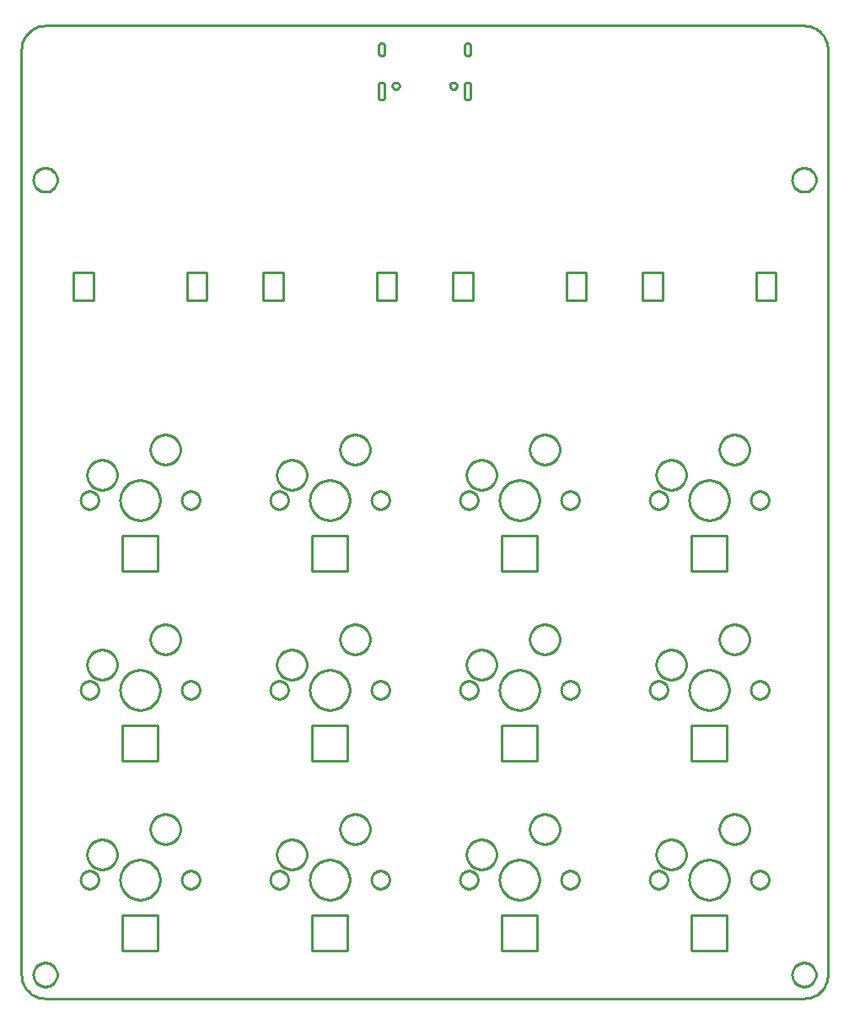
<source format=gbr>
G04 EAGLE Gerber RS-274X export*
G75*
%MOMM*%
%FSLAX34Y34*%
%LPD*%
%IN*%
%IPPOS*%
%AMOC8*
5,1,8,0,0,1.08239X$1,22.5*%
G01*
%ADD10C,0.254000*%


D10*
X71438Y95250D02*
X71528Y93175D01*
X71799Y91115D01*
X72249Y89087D01*
X72874Y87106D01*
X73669Y85186D01*
X74628Y83344D01*
X75744Y81592D01*
X77009Y79944D01*
X78412Y78412D01*
X79944Y77009D01*
X81592Y75744D01*
X83344Y74628D01*
X85186Y73669D01*
X87106Y72874D01*
X89087Y72249D01*
X91115Y71799D01*
X93175Y71528D01*
X95250Y71438D01*
X857250Y71438D01*
X859325Y71528D01*
X861385Y71799D01*
X863413Y72249D01*
X865394Y72874D01*
X867314Y73669D01*
X869156Y74628D01*
X870908Y75744D01*
X872556Y77009D01*
X874088Y78412D01*
X875491Y79944D01*
X876756Y81592D01*
X877872Y83344D01*
X878831Y85186D01*
X879626Y87106D01*
X880251Y89087D01*
X880701Y91115D01*
X880972Y93175D01*
X881063Y95250D01*
X881063Y1023938D01*
X880972Y1026013D01*
X880701Y1028073D01*
X880251Y1030101D01*
X879626Y1032082D01*
X878831Y1034001D01*
X877872Y1035844D01*
X876756Y1037596D01*
X875491Y1039244D01*
X874088Y1040775D01*
X872556Y1042179D01*
X870908Y1043444D01*
X869156Y1044560D01*
X867314Y1045519D01*
X865394Y1046314D01*
X863413Y1046939D01*
X861385Y1047388D01*
X859325Y1047659D01*
X857250Y1047750D01*
X95250Y1047750D01*
X93175Y1047659D01*
X91115Y1047388D01*
X89087Y1046939D01*
X87106Y1046314D01*
X85186Y1045519D01*
X83344Y1044560D01*
X81592Y1043444D01*
X79944Y1042179D01*
X78412Y1040775D01*
X77009Y1039244D01*
X75744Y1037596D01*
X74628Y1035844D01*
X73669Y1034001D01*
X72874Y1032082D01*
X72249Y1030101D01*
X71799Y1028073D01*
X71528Y1026013D01*
X71438Y1023938D01*
X71438Y95250D01*
X429800Y1020938D02*
X429812Y1020654D01*
X429849Y1020373D01*
X429911Y1020096D01*
X429996Y1019826D01*
X430105Y1019564D01*
X430235Y1019313D01*
X430388Y1019073D01*
X430560Y1018848D01*
X430752Y1018639D01*
X430961Y1018448D01*
X431186Y1018275D01*
X431425Y1018123D01*
X431677Y1017992D01*
X431938Y1017884D01*
X432209Y1017798D01*
X432486Y1017737D01*
X432767Y1017700D01*
X433050Y1017688D01*
X433333Y1017700D01*
X433614Y1017737D01*
X433891Y1017798D01*
X434162Y1017884D01*
X434424Y1017992D01*
X434675Y1018123D01*
X434914Y1018275D01*
X435139Y1018448D01*
X435348Y1018639D01*
X435540Y1018848D01*
X435712Y1019073D01*
X435865Y1019313D01*
X435996Y1019564D01*
X436104Y1019826D01*
X436189Y1020096D01*
X436251Y1020373D01*
X436288Y1020654D01*
X436300Y1020938D01*
X436300Y1026938D01*
X436288Y1027221D01*
X436251Y1027502D01*
X436189Y1027779D01*
X436104Y1028049D01*
X435996Y1028311D01*
X435865Y1028563D01*
X435712Y1028802D01*
X435540Y1029027D01*
X435348Y1029236D01*
X435139Y1029427D01*
X434914Y1029600D01*
X434675Y1029752D01*
X434424Y1029883D01*
X434162Y1029992D01*
X433891Y1030077D01*
X433614Y1030138D01*
X433333Y1030175D01*
X433050Y1030188D01*
X432767Y1030175D01*
X432486Y1030138D01*
X432209Y1030077D01*
X431938Y1029992D01*
X431677Y1029883D01*
X431425Y1029752D01*
X431186Y1029600D01*
X430961Y1029427D01*
X430752Y1029236D01*
X430560Y1029027D01*
X430388Y1028802D01*
X430235Y1028563D01*
X430105Y1028311D01*
X429996Y1028049D01*
X429911Y1027779D01*
X429849Y1027502D01*
X429812Y1027221D01*
X429800Y1026938D01*
X429800Y1020938D01*
X516200Y1020938D02*
X516212Y1020654D01*
X516249Y1020373D01*
X516311Y1020096D01*
X516396Y1019826D01*
X516505Y1019564D01*
X516635Y1019313D01*
X516788Y1019073D01*
X516960Y1018848D01*
X517152Y1018639D01*
X517361Y1018448D01*
X517586Y1018275D01*
X517825Y1018123D01*
X518077Y1017992D01*
X518338Y1017884D01*
X518609Y1017798D01*
X518886Y1017737D01*
X519167Y1017700D01*
X519450Y1017688D01*
X519733Y1017700D01*
X520014Y1017737D01*
X520291Y1017798D01*
X520562Y1017884D01*
X520824Y1017992D01*
X521075Y1018123D01*
X521314Y1018275D01*
X521539Y1018448D01*
X521748Y1018639D01*
X521940Y1018848D01*
X522112Y1019073D01*
X522265Y1019313D01*
X522396Y1019564D01*
X522504Y1019826D01*
X522589Y1020096D01*
X522651Y1020373D01*
X522688Y1020654D01*
X522700Y1020938D01*
X522700Y1026938D01*
X522688Y1027221D01*
X522651Y1027502D01*
X522589Y1027779D01*
X522504Y1028049D01*
X522396Y1028311D01*
X522265Y1028563D01*
X522112Y1028802D01*
X521940Y1029027D01*
X521748Y1029236D01*
X521539Y1029427D01*
X521314Y1029600D01*
X521075Y1029752D01*
X520824Y1029883D01*
X520562Y1029992D01*
X520291Y1030077D01*
X520014Y1030138D01*
X519733Y1030175D01*
X519450Y1030188D01*
X519167Y1030175D01*
X518886Y1030138D01*
X518609Y1030077D01*
X518338Y1029992D01*
X518077Y1029883D01*
X517825Y1029752D01*
X517586Y1029600D01*
X517361Y1029427D01*
X517152Y1029236D01*
X516960Y1029027D01*
X516788Y1028802D01*
X516635Y1028563D01*
X516505Y1028311D01*
X516396Y1028049D01*
X516311Y1027779D01*
X516249Y1027502D01*
X516212Y1027221D01*
X516200Y1026938D01*
X516200Y1020938D01*
X429800Y976638D02*
X429812Y976354D01*
X429849Y976073D01*
X429911Y975796D01*
X429996Y975526D01*
X430105Y975264D01*
X430235Y975013D01*
X430388Y974773D01*
X430560Y974548D01*
X430752Y974339D01*
X430961Y974148D01*
X431186Y973975D01*
X431425Y973823D01*
X431677Y973692D01*
X431938Y973584D01*
X432209Y973498D01*
X432486Y973437D01*
X432767Y973400D01*
X433050Y973388D01*
X433333Y973400D01*
X433614Y973437D01*
X433891Y973498D01*
X434162Y973584D01*
X434424Y973692D01*
X434675Y973823D01*
X434914Y973975D01*
X435139Y974148D01*
X435348Y974339D01*
X435540Y974548D01*
X435712Y974773D01*
X435865Y975013D01*
X435996Y975264D01*
X436104Y975526D01*
X436189Y975796D01*
X436251Y976073D01*
X436288Y976354D01*
X436300Y976638D01*
X436300Y987638D01*
X436288Y987921D01*
X436251Y988202D01*
X436189Y988479D01*
X436104Y988749D01*
X435996Y989011D01*
X435865Y989263D01*
X435712Y989502D01*
X435540Y989727D01*
X435348Y989936D01*
X435139Y990127D01*
X434914Y990300D01*
X434675Y990452D01*
X434424Y990583D01*
X434162Y990692D01*
X433891Y990777D01*
X433614Y990838D01*
X433333Y990875D01*
X433050Y990888D01*
X432767Y990875D01*
X432486Y990838D01*
X432209Y990777D01*
X431938Y990692D01*
X431677Y990583D01*
X431425Y990452D01*
X431186Y990300D01*
X430961Y990127D01*
X430752Y989936D01*
X430560Y989727D01*
X430388Y989502D01*
X430235Y989263D01*
X430105Y989011D01*
X429996Y988749D01*
X429911Y988479D01*
X429849Y988202D01*
X429812Y987921D01*
X429800Y987638D01*
X429800Y976638D01*
X516200Y976638D02*
X516212Y976354D01*
X516249Y976073D01*
X516311Y975796D01*
X516396Y975526D01*
X516505Y975264D01*
X516635Y975013D01*
X516788Y974773D01*
X516960Y974548D01*
X517152Y974339D01*
X517361Y974148D01*
X517586Y973975D01*
X517825Y973823D01*
X518077Y973692D01*
X518338Y973584D01*
X518609Y973498D01*
X518886Y973437D01*
X519167Y973400D01*
X519450Y973388D01*
X519733Y973400D01*
X520014Y973437D01*
X520291Y973498D01*
X520562Y973584D01*
X520824Y973692D01*
X521075Y973823D01*
X521314Y973975D01*
X521539Y974148D01*
X521748Y974339D01*
X521940Y974548D01*
X522112Y974773D01*
X522265Y975013D01*
X522396Y975264D01*
X522504Y975526D01*
X522589Y975796D01*
X522651Y976073D01*
X522688Y976354D01*
X522700Y976638D01*
X522700Y987638D01*
X522688Y987921D01*
X522651Y988202D01*
X522589Y988479D01*
X522504Y988749D01*
X522396Y989011D01*
X522265Y989263D01*
X522112Y989502D01*
X521940Y989727D01*
X521748Y989936D01*
X521539Y990127D01*
X521314Y990300D01*
X521075Y990452D01*
X520824Y990583D01*
X520562Y990692D01*
X520291Y990777D01*
X520014Y990838D01*
X519733Y990875D01*
X519450Y990888D01*
X519167Y990875D01*
X518886Y990838D01*
X518609Y990777D01*
X518338Y990692D01*
X518077Y990583D01*
X517825Y990452D01*
X517586Y990300D01*
X517361Y990127D01*
X517152Y989936D01*
X516960Y989727D01*
X516788Y989502D01*
X516635Y989263D01*
X516505Y989011D01*
X516396Y988749D01*
X516311Y988479D01*
X516249Y988202D01*
X516212Y987921D01*
X516200Y987638D01*
X516200Y976638D01*
X809000Y771813D02*
X829000Y771813D01*
X829000Y799813D01*
X809000Y799813D01*
X809000Y771813D01*
X695000Y771813D02*
X715000Y771813D01*
X715000Y799813D01*
X695000Y799813D01*
X695000Y771813D01*
X618500Y771813D02*
X638500Y771813D01*
X638500Y799813D01*
X618500Y799813D01*
X618500Y771813D01*
X504500Y771813D02*
X524500Y771813D01*
X524500Y799813D01*
X504500Y799813D01*
X504500Y771813D01*
X428000Y771813D02*
X448000Y771813D01*
X448000Y799813D01*
X428000Y799813D01*
X428000Y771813D01*
X314000Y771813D02*
X334000Y771813D01*
X334000Y799813D01*
X314000Y799813D01*
X314000Y771813D01*
X123500Y771813D02*
X143500Y771813D01*
X143500Y799813D01*
X123500Y799813D01*
X123500Y771813D01*
X237500Y771813D02*
X257500Y771813D01*
X257500Y799813D01*
X237500Y799813D01*
X237500Y771813D01*
X744141Y119063D02*
X779859Y119063D01*
X779859Y154781D01*
X744141Y154781D01*
X744141Y119063D01*
X553641Y119063D02*
X589359Y119063D01*
X589359Y154781D01*
X553641Y154781D01*
X553641Y119063D01*
X363141Y119063D02*
X398859Y119063D01*
X398859Y154781D01*
X363141Y154781D01*
X363141Y119063D01*
X172641Y119063D02*
X208359Y119063D01*
X208359Y154781D01*
X172641Y154781D01*
X172641Y119063D01*
X744141Y309563D02*
X779859Y309563D01*
X779859Y345281D01*
X744141Y345281D01*
X744141Y309563D01*
X553641Y309563D02*
X589359Y309563D01*
X589359Y345281D01*
X553641Y345281D01*
X553641Y309563D01*
X363141Y309563D02*
X398859Y309563D01*
X398859Y345281D01*
X363141Y345281D01*
X363141Y309563D01*
X172641Y309563D02*
X208359Y309563D01*
X208359Y345281D01*
X172641Y345281D01*
X172641Y309563D01*
X744141Y500063D02*
X779859Y500063D01*
X779859Y535781D01*
X744141Y535781D01*
X744141Y500063D01*
X553641Y500063D02*
X589359Y500063D01*
X589359Y535781D01*
X553641Y535781D01*
X553641Y500063D01*
X363141Y500063D02*
X398859Y500063D01*
X398859Y535781D01*
X363141Y535781D01*
X363141Y500063D01*
X172641Y500063D02*
X208359Y500063D01*
X208359Y535781D01*
X172641Y535781D01*
X172641Y500063D01*
X107250Y892497D02*
X107250Y893440D01*
X107176Y894380D01*
X107029Y895312D01*
X106808Y896229D01*
X106517Y897125D01*
X106156Y897997D01*
X105728Y898837D01*
X105235Y899641D01*
X104681Y900404D01*
X104069Y901121D01*
X103402Y901787D01*
X102685Y902400D01*
X101922Y902954D01*
X101118Y903447D01*
X100278Y903875D01*
X99407Y904236D01*
X98510Y904527D01*
X97593Y904747D01*
X96662Y904895D01*
X95721Y904969D01*
X94779Y904969D01*
X93838Y904895D01*
X92907Y904747D01*
X91990Y904527D01*
X91093Y904236D01*
X90222Y903875D01*
X89382Y903447D01*
X88578Y902954D01*
X87815Y902400D01*
X87098Y901787D01*
X86431Y901121D01*
X85819Y900404D01*
X85265Y899641D01*
X84772Y898837D01*
X84344Y897997D01*
X83983Y897125D01*
X83692Y896229D01*
X83472Y895312D01*
X83324Y894380D01*
X83250Y893440D01*
X83250Y892497D01*
X83324Y891557D01*
X83472Y890626D01*
X83692Y889709D01*
X83983Y888812D01*
X84344Y887941D01*
X84772Y887101D01*
X85265Y886297D01*
X85819Y885534D01*
X86431Y884817D01*
X87098Y884150D01*
X87815Y883538D01*
X88578Y882983D01*
X89382Y882491D01*
X90222Y882063D01*
X91093Y881702D01*
X91990Y881410D01*
X92907Y881190D01*
X93838Y881043D01*
X94779Y880969D01*
X95721Y880969D01*
X96662Y881043D01*
X97593Y881190D01*
X98510Y881410D01*
X99407Y881702D01*
X100278Y882063D01*
X101118Y882491D01*
X101922Y882983D01*
X102685Y883538D01*
X103402Y884150D01*
X104069Y884817D01*
X104681Y885534D01*
X105235Y886297D01*
X105728Y887101D01*
X106156Y887941D01*
X106517Y888812D01*
X106808Y889709D01*
X107029Y890626D01*
X107176Y891557D01*
X107250Y892497D01*
X869250Y892497D02*
X869250Y893440D01*
X869176Y894380D01*
X869029Y895312D01*
X868808Y896229D01*
X868517Y897125D01*
X868156Y897997D01*
X867728Y898837D01*
X867235Y899641D01*
X866681Y900404D01*
X866069Y901121D01*
X865402Y901787D01*
X864685Y902400D01*
X863922Y902954D01*
X863118Y903447D01*
X862278Y903875D01*
X861407Y904236D01*
X860510Y904527D01*
X859593Y904747D01*
X858662Y904895D01*
X857721Y904969D01*
X856779Y904969D01*
X855838Y904895D01*
X854907Y904747D01*
X853990Y904527D01*
X853093Y904236D01*
X852222Y903875D01*
X851382Y903447D01*
X850578Y902954D01*
X849815Y902400D01*
X849098Y901787D01*
X848431Y901121D01*
X847819Y900404D01*
X847265Y899641D01*
X846772Y898837D01*
X846344Y897997D01*
X845983Y897125D01*
X845692Y896229D01*
X845472Y895312D01*
X845324Y894380D01*
X845250Y893440D01*
X845250Y892497D01*
X845324Y891557D01*
X845472Y890626D01*
X845692Y889709D01*
X845983Y888812D01*
X846344Y887941D01*
X846772Y887101D01*
X847265Y886297D01*
X847819Y885534D01*
X848431Y884817D01*
X849098Y884150D01*
X849815Y883538D01*
X850578Y882983D01*
X851382Y882491D01*
X852222Y882063D01*
X853093Y881702D01*
X853990Y881410D01*
X854907Y881190D01*
X855838Y881043D01*
X856779Y880969D01*
X857721Y880969D01*
X858662Y881043D01*
X859593Y881190D01*
X860510Y881410D01*
X861407Y881702D01*
X862278Y882063D01*
X863118Y882491D01*
X863922Y882983D01*
X864685Y883538D01*
X865402Y884150D01*
X866069Y884817D01*
X866681Y885534D01*
X867235Y886297D01*
X867728Y887101D01*
X868156Y887941D01*
X868517Y888812D01*
X868808Y889709D01*
X869029Y890626D01*
X869176Y891557D01*
X869250Y892497D01*
X869250Y94779D02*
X869250Y95721D01*
X869176Y96662D01*
X869029Y97593D01*
X868808Y98510D01*
X868517Y99407D01*
X868156Y100278D01*
X867728Y101118D01*
X867235Y101922D01*
X866681Y102685D01*
X866069Y103402D01*
X865402Y104069D01*
X864685Y104681D01*
X863922Y105235D01*
X863118Y105728D01*
X862278Y106156D01*
X861407Y106517D01*
X860510Y106808D01*
X859593Y107029D01*
X858662Y107176D01*
X857721Y107250D01*
X856779Y107250D01*
X855838Y107176D01*
X854907Y107029D01*
X853990Y106808D01*
X853093Y106517D01*
X852222Y106156D01*
X851382Y105728D01*
X850578Y105235D01*
X849815Y104681D01*
X849098Y104069D01*
X848431Y103402D01*
X847819Y102685D01*
X847265Y101922D01*
X846772Y101118D01*
X846344Y100278D01*
X845983Y99407D01*
X845692Y98510D01*
X845472Y97593D01*
X845324Y96662D01*
X845250Y95721D01*
X845250Y94779D01*
X845324Y93838D01*
X845472Y92907D01*
X845692Y91990D01*
X845983Y91093D01*
X846344Y90222D01*
X846772Y89382D01*
X847265Y88578D01*
X847819Y87815D01*
X848431Y87098D01*
X849098Y86431D01*
X849815Y85819D01*
X850578Y85265D01*
X851382Y84772D01*
X852222Y84344D01*
X853093Y83983D01*
X853990Y83692D01*
X854907Y83472D01*
X855838Y83324D01*
X856779Y83250D01*
X857721Y83250D01*
X858662Y83324D01*
X859593Y83472D01*
X860510Y83692D01*
X861407Y83983D01*
X862278Y84344D01*
X863118Y84772D01*
X863922Y85265D01*
X864685Y85819D01*
X865402Y86431D01*
X866069Y87098D01*
X866681Y87815D01*
X867235Y88578D01*
X867728Y89382D01*
X868156Y90222D01*
X868517Y91093D01*
X868808Y91990D01*
X869029Y92907D01*
X869176Y93838D01*
X869250Y94779D01*
X107250Y94779D02*
X107250Y95721D01*
X107176Y96662D01*
X107029Y97593D01*
X106808Y98510D01*
X106517Y99407D01*
X106156Y100278D01*
X105728Y101118D01*
X105235Y101922D01*
X104681Y102685D01*
X104069Y103402D01*
X103402Y104069D01*
X102685Y104681D01*
X101922Y105235D01*
X101118Y105728D01*
X100278Y106156D01*
X99407Y106517D01*
X98510Y106808D01*
X97593Y107029D01*
X96662Y107176D01*
X95721Y107250D01*
X94779Y107250D01*
X93838Y107176D01*
X92907Y107029D01*
X91990Y106808D01*
X91093Y106517D01*
X90222Y106156D01*
X89382Y105728D01*
X88578Y105235D01*
X87815Y104681D01*
X87098Y104069D01*
X86431Y103402D01*
X85819Y102685D01*
X85265Y101922D01*
X84772Y101118D01*
X84344Y100278D01*
X83983Y99407D01*
X83692Y98510D01*
X83472Y97593D01*
X83324Y96662D01*
X83250Y95721D01*
X83250Y94779D01*
X83324Y93838D01*
X83472Y92907D01*
X83692Y91990D01*
X83983Y91093D01*
X84344Y90222D01*
X84772Y89382D01*
X85265Y88578D01*
X85819Y87815D01*
X86431Y87098D01*
X87098Y86431D01*
X87815Y85819D01*
X88578Y85265D01*
X89382Y84772D01*
X90222Y84344D01*
X91093Y83983D01*
X91990Y83692D01*
X92907Y83472D01*
X93838Y83324D01*
X94779Y83250D01*
X95721Y83250D01*
X96662Y83324D01*
X97593Y83472D01*
X98510Y83692D01*
X99407Y83983D01*
X100278Y84344D01*
X101118Y84772D01*
X101922Y85265D01*
X102685Y85819D01*
X103402Y86431D01*
X104069Y87098D01*
X104681Y87815D01*
X105235Y88578D01*
X105728Y89382D01*
X106156Y90222D01*
X106517Y91093D01*
X106808Y91990D01*
X107029Y92907D01*
X107176Y93838D01*
X107250Y94779D01*
X170500Y570896D02*
X170573Y569689D01*
X170719Y568489D01*
X170937Y567300D01*
X171226Y566127D01*
X171585Y564973D01*
X172014Y563843D01*
X172510Y562741D01*
X173072Y561670D01*
X173697Y560636D01*
X174384Y559641D01*
X175129Y558690D01*
X175931Y557785D01*
X176785Y556931D01*
X177690Y556129D01*
X178641Y555384D01*
X179636Y554697D01*
X180670Y554072D01*
X181741Y553510D01*
X182843Y553014D01*
X183973Y552585D01*
X185127Y552226D01*
X186300Y551937D01*
X187489Y551719D01*
X188689Y551573D01*
X189896Y551500D01*
X191104Y551500D01*
X192311Y551573D01*
X193511Y551719D01*
X194700Y551937D01*
X195873Y552226D01*
X197027Y552585D01*
X198157Y553014D01*
X199259Y553510D01*
X200330Y554072D01*
X201364Y554697D01*
X202359Y555384D01*
X203310Y556129D01*
X204215Y556931D01*
X205069Y557785D01*
X205871Y558690D01*
X206616Y559641D01*
X207303Y560636D01*
X207928Y561670D01*
X208490Y562741D01*
X208986Y563843D01*
X209415Y564973D01*
X209774Y566127D01*
X210063Y567300D01*
X210281Y568489D01*
X210427Y569689D01*
X210500Y570896D01*
X210500Y572104D01*
X210427Y573311D01*
X210281Y574511D01*
X210063Y575700D01*
X209774Y576873D01*
X209415Y578027D01*
X208986Y579157D01*
X208490Y580259D01*
X207928Y581330D01*
X207303Y582364D01*
X206616Y583359D01*
X205871Y584310D01*
X205069Y585215D01*
X204215Y586069D01*
X203310Y586871D01*
X202359Y587616D01*
X201364Y588303D01*
X200330Y588928D01*
X199259Y589490D01*
X198157Y589986D01*
X197027Y590415D01*
X195873Y590774D01*
X194700Y591063D01*
X193511Y591281D01*
X192311Y591427D01*
X191104Y591500D01*
X189896Y591500D01*
X188689Y591427D01*
X187489Y591281D01*
X186300Y591063D01*
X185127Y590774D01*
X183973Y590415D01*
X182843Y589986D01*
X181741Y589490D01*
X180670Y588928D01*
X179636Y588303D01*
X178641Y587616D01*
X177690Y586871D01*
X176785Y586069D01*
X175931Y585215D01*
X175129Y584310D01*
X174384Y583359D01*
X173697Y582364D01*
X173072Y581330D01*
X172510Y580259D01*
X172014Y579157D01*
X171585Y578027D01*
X171226Y576873D01*
X170937Y575700D01*
X170719Y574511D01*
X170573Y573311D01*
X170500Y572104D01*
X170500Y570896D01*
X130692Y571107D02*
X130761Y570323D01*
X130897Y569548D01*
X131101Y568789D01*
X131370Y568050D01*
X131702Y567337D01*
X132096Y566655D01*
X132547Y566011D01*
X133052Y565409D01*
X133609Y564852D01*
X134211Y564347D01*
X134855Y563896D01*
X135537Y563502D01*
X136250Y563170D01*
X136989Y562901D01*
X137748Y562697D01*
X138523Y562561D01*
X139307Y562492D01*
X140093Y562492D01*
X140877Y562561D01*
X141652Y562697D01*
X142411Y562901D01*
X143151Y563170D01*
X143863Y563502D01*
X144545Y563896D01*
X145189Y564347D01*
X145792Y564852D01*
X146348Y565409D01*
X146853Y566011D01*
X147305Y566655D01*
X147698Y567337D01*
X148030Y568050D01*
X148299Y568789D01*
X148503Y569548D01*
X148639Y570323D01*
X148708Y571107D01*
X148708Y571893D01*
X148639Y572677D01*
X148503Y573452D01*
X148299Y574211D01*
X148030Y574951D01*
X147698Y575663D01*
X147305Y576345D01*
X146853Y576989D01*
X146348Y577592D01*
X145792Y578148D01*
X145189Y578653D01*
X144545Y579105D01*
X143863Y579498D01*
X143151Y579830D01*
X142411Y580099D01*
X141652Y580303D01*
X140877Y580439D01*
X140093Y580508D01*
X139307Y580508D01*
X138523Y580439D01*
X137748Y580303D01*
X136989Y580099D01*
X136250Y579830D01*
X135537Y579498D01*
X134855Y579105D01*
X134211Y578653D01*
X133609Y578148D01*
X133052Y577592D01*
X132547Y576989D01*
X132096Y576345D01*
X131702Y575663D01*
X131370Y574951D01*
X131101Y574211D01*
X130897Y573452D01*
X130761Y572677D01*
X130692Y571893D01*
X130692Y571107D01*
X232292Y571107D02*
X232361Y570323D01*
X232497Y569548D01*
X232701Y568789D01*
X232970Y568050D01*
X233302Y567337D01*
X233696Y566655D01*
X234147Y566011D01*
X234652Y565409D01*
X235209Y564852D01*
X235811Y564347D01*
X236455Y563896D01*
X237137Y563502D01*
X237850Y563170D01*
X238589Y562901D01*
X239348Y562697D01*
X240123Y562561D01*
X240907Y562492D01*
X241693Y562492D01*
X242477Y562561D01*
X243252Y562697D01*
X244011Y562901D01*
X244751Y563170D01*
X245463Y563502D01*
X246145Y563896D01*
X246789Y564347D01*
X247392Y564852D01*
X247948Y565409D01*
X248453Y566011D01*
X248905Y566655D01*
X249298Y567337D01*
X249630Y568050D01*
X249899Y568789D01*
X250103Y569548D01*
X250239Y570323D01*
X250308Y571107D01*
X250308Y571893D01*
X250239Y572677D01*
X250103Y573452D01*
X249899Y574211D01*
X249630Y574951D01*
X249298Y575663D01*
X248905Y576345D01*
X248453Y576989D01*
X247948Y577592D01*
X247392Y578148D01*
X246789Y578653D01*
X246145Y579105D01*
X245463Y579498D01*
X244751Y579830D01*
X244011Y580099D01*
X243252Y580303D01*
X242477Y580439D01*
X241693Y580508D01*
X240907Y580508D01*
X240123Y580439D01*
X239348Y580303D01*
X238589Y580099D01*
X237850Y579830D01*
X237137Y579498D01*
X236455Y579105D01*
X235811Y578653D01*
X235209Y578148D01*
X234652Y577592D01*
X234147Y576989D01*
X233696Y576345D01*
X233302Y575663D01*
X232970Y574951D01*
X232701Y574211D01*
X232497Y573452D01*
X232361Y572677D01*
X232292Y571893D01*
X232292Y571107D01*
X137400Y596364D02*
X137476Y595296D01*
X137629Y594235D01*
X137857Y593188D01*
X138159Y592160D01*
X138533Y591156D01*
X138978Y590181D01*
X139492Y589241D01*
X140071Y588340D01*
X140713Y587482D01*
X141415Y586672D01*
X142172Y585915D01*
X142982Y585213D01*
X143840Y584571D01*
X144741Y583992D01*
X145681Y583478D01*
X146656Y583033D01*
X147660Y582659D01*
X148688Y582357D01*
X149735Y582129D01*
X150796Y581976D01*
X151864Y581900D01*
X152936Y581900D01*
X154004Y581976D01*
X155065Y582129D01*
X156112Y582357D01*
X157140Y582659D01*
X158144Y583033D01*
X159119Y583478D01*
X160059Y583992D01*
X160960Y584571D01*
X161818Y585213D01*
X162628Y585915D01*
X163385Y586672D01*
X164087Y587482D01*
X164729Y588340D01*
X165308Y589241D01*
X165822Y590181D01*
X166267Y591156D01*
X166641Y592160D01*
X166943Y593188D01*
X167171Y594235D01*
X167324Y595296D01*
X167400Y596364D01*
X167400Y597436D01*
X167324Y598504D01*
X167171Y599565D01*
X166943Y600612D01*
X166641Y601640D01*
X166267Y602644D01*
X165822Y603619D01*
X165308Y604559D01*
X164729Y605460D01*
X164087Y606318D01*
X163385Y607128D01*
X162628Y607885D01*
X161818Y608587D01*
X160960Y609229D01*
X160059Y609808D01*
X159119Y610322D01*
X158144Y610767D01*
X157140Y611141D01*
X156112Y611443D01*
X155065Y611671D01*
X154004Y611824D01*
X152936Y611900D01*
X151864Y611900D01*
X150796Y611824D01*
X149735Y611671D01*
X148688Y611443D01*
X147660Y611141D01*
X146656Y610767D01*
X145681Y610322D01*
X144741Y609808D01*
X143840Y609229D01*
X142982Y608587D01*
X142172Y607885D01*
X141415Y607128D01*
X140713Y606318D01*
X140071Y605460D01*
X139492Y604559D01*
X138978Y603619D01*
X138533Y602644D01*
X138159Y601640D01*
X137857Y600612D01*
X137629Y599565D01*
X137476Y598504D01*
X137400Y597436D01*
X137400Y596364D01*
X200900Y621764D02*
X200976Y620696D01*
X201129Y619635D01*
X201357Y618588D01*
X201659Y617560D01*
X202033Y616556D01*
X202478Y615581D01*
X202992Y614641D01*
X203571Y613740D01*
X204213Y612882D01*
X204915Y612072D01*
X205672Y611315D01*
X206482Y610613D01*
X207340Y609971D01*
X208241Y609392D01*
X209181Y608878D01*
X210156Y608433D01*
X211160Y608059D01*
X212188Y607757D01*
X213235Y607529D01*
X214296Y607376D01*
X215364Y607300D01*
X216436Y607300D01*
X217504Y607376D01*
X218565Y607529D01*
X219612Y607757D01*
X220640Y608059D01*
X221644Y608433D01*
X222619Y608878D01*
X223559Y609392D01*
X224460Y609971D01*
X225318Y610613D01*
X226128Y611315D01*
X226885Y612072D01*
X227587Y612882D01*
X228229Y613740D01*
X228808Y614641D01*
X229322Y615581D01*
X229767Y616556D01*
X230141Y617560D01*
X230443Y618588D01*
X230671Y619635D01*
X230824Y620696D01*
X230900Y621764D01*
X230900Y622836D01*
X230824Y623904D01*
X230671Y624965D01*
X230443Y626012D01*
X230141Y627040D01*
X229767Y628044D01*
X229322Y629019D01*
X228808Y629959D01*
X228229Y630860D01*
X227587Y631718D01*
X226885Y632528D01*
X226128Y633285D01*
X225318Y633987D01*
X224460Y634629D01*
X223559Y635208D01*
X222619Y635722D01*
X221644Y636167D01*
X220640Y636541D01*
X219612Y636843D01*
X218565Y637071D01*
X217504Y637224D01*
X216436Y637300D01*
X215364Y637300D01*
X214296Y637224D01*
X213235Y637071D01*
X212188Y636843D01*
X211160Y636541D01*
X210156Y636167D01*
X209181Y635722D01*
X208241Y635208D01*
X207340Y634629D01*
X206482Y633987D01*
X205672Y633285D01*
X204915Y632528D01*
X204213Y631718D01*
X203571Y630860D01*
X202992Y629959D01*
X202478Y629019D01*
X202033Y628044D01*
X201659Y627040D01*
X201357Y626012D01*
X201129Y624965D01*
X200976Y623904D01*
X200900Y622836D01*
X200900Y621764D01*
X361000Y570896D02*
X361073Y569689D01*
X361219Y568489D01*
X361437Y567300D01*
X361726Y566127D01*
X362085Y564973D01*
X362514Y563843D01*
X363010Y562741D01*
X363572Y561670D01*
X364197Y560636D01*
X364884Y559641D01*
X365629Y558690D01*
X366431Y557785D01*
X367285Y556931D01*
X368190Y556129D01*
X369141Y555384D01*
X370136Y554697D01*
X371170Y554072D01*
X372241Y553510D01*
X373343Y553014D01*
X374473Y552585D01*
X375627Y552226D01*
X376800Y551937D01*
X377989Y551719D01*
X379189Y551573D01*
X380396Y551500D01*
X381604Y551500D01*
X382811Y551573D01*
X384011Y551719D01*
X385200Y551937D01*
X386373Y552226D01*
X387527Y552585D01*
X388657Y553014D01*
X389759Y553510D01*
X390830Y554072D01*
X391864Y554697D01*
X392859Y555384D01*
X393810Y556129D01*
X394715Y556931D01*
X395569Y557785D01*
X396371Y558690D01*
X397116Y559641D01*
X397803Y560636D01*
X398428Y561670D01*
X398990Y562741D01*
X399486Y563843D01*
X399915Y564973D01*
X400274Y566127D01*
X400563Y567300D01*
X400781Y568489D01*
X400927Y569689D01*
X401000Y570896D01*
X401000Y572104D01*
X400927Y573311D01*
X400781Y574511D01*
X400563Y575700D01*
X400274Y576873D01*
X399915Y578027D01*
X399486Y579157D01*
X398990Y580259D01*
X398428Y581330D01*
X397803Y582364D01*
X397116Y583359D01*
X396371Y584310D01*
X395569Y585215D01*
X394715Y586069D01*
X393810Y586871D01*
X392859Y587616D01*
X391864Y588303D01*
X390830Y588928D01*
X389759Y589490D01*
X388657Y589986D01*
X387527Y590415D01*
X386373Y590774D01*
X385200Y591063D01*
X384011Y591281D01*
X382811Y591427D01*
X381604Y591500D01*
X380396Y591500D01*
X379189Y591427D01*
X377989Y591281D01*
X376800Y591063D01*
X375627Y590774D01*
X374473Y590415D01*
X373343Y589986D01*
X372241Y589490D01*
X371170Y588928D01*
X370136Y588303D01*
X369141Y587616D01*
X368190Y586871D01*
X367285Y586069D01*
X366431Y585215D01*
X365629Y584310D01*
X364884Y583359D01*
X364197Y582364D01*
X363572Y581330D01*
X363010Y580259D01*
X362514Y579157D01*
X362085Y578027D01*
X361726Y576873D01*
X361437Y575700D01*
X361219Y574511D01*
X361073Y573311D01*
X361000Y572104D01*
X361000Y570896D01*
X321192Y571107D02*
X321261Y570323D01*
X321397Y569548D01*
X321601Y568789D01*
X321870Y568050D01*
X322202Y567337D01*
X322596Y566655D01*
X323047Y566011D01*
X323552Y565409D01*
X324109Y564852D01*
X324711Y564347D01*
X325355Y563896D01*
X326037Y563502D01*
X326750Y563170D01*
X327489Y562901D01*
X328248Y562697D01*
X329023Y562561D01*
X329807Y562492D01*
X330593Y562492D01*
X331377Y562561D01*
X332152Y562697D01*
X332911Y562901D01*
X333651Y563170D01*
X334363Y563502D01*
X335045Y563896D01*
X335689Y564347D01*
X336292Y564852D01*
X336848Y565409D01*
X337353Y566011D01*
X337805Y566655D01*
X338198Y567337D01*
X338530Y568050D01*
X338799Y568789D01*
X339003Y569548D01*
X339139Y570323D01*
X339208Y571107D01*
X339208Y571893D01*
X339139Y572677D01*
X339003Y573452D01*
X338799Y574211D01*
X338530Y574951D01*
X338198Y575663D01*
X337805Y576345D01*
X337353Y576989D01*
X336848Y577592D01*
X336292Y578148D01*
X335689Y578653D01*
X335045Y579105D01*
X334363Y579498D01*
X333651Y579830D01*
X332911Y580099D01*
X332152Y580303D01*
X331377Y580439D01*
X330593Y580508D01*
X329807Y580508D01*
X329023Y580439D01*
X328248Y580303D01*
X327489Y580099D01*
X326750Y579830D01*
X326037Y579498D01*
X325355Y579105D01*
X324711Y578653D01*
X324109Y578148D01*
X323552Y577592D01*
X323047Y576989D01*
X322596Y576345D01*
X322202Y575663D01*
X321870Y574951D01*
X321601Y574211D01*
X321397Y573452D01*
X321261Y572677D01*
X321192Y571893D01*
X321192Y571107D01*
X422792Y571107D02*
X422861Y570323D01*
X422997Y569548D01*
X423201Y568789D01*
X423470Y568050D01*
X423802Y567337D01*
X424196Y566655D01*
X424647Y566011D01*
X425152Y565409D01*
X425709Y564852D01*
X426311Y564347D01*
X426955Y563896D01*
X427637Y563502D01*
X428350Y563170D01*
X429089Y562901D01*
X429848Y562697D01*
X430623Y562561D01*
X431407Y562492D01*
X432193Y562492D01*
X432977Y562561D01*
X433752Y562697D01*
X434511Y562901D01*
X435251Y563170D01*
X435963Y563502D01*
X436645Y563896D01*
X437289Y564347D01*
X437892Y564852D01*
X438448Y565409D01*
X438953Y566011D01*
X439405Y566655D01*
X439798Y567337D01*
X440130Y568050D01*
X440399Y568789D01*
X440603Y569548D01*
X440739Y570323D01*
X440808Y571107D01*
X440808Y571893D01*
X440739Y572677D01*
X440603Y573452D01*
X440399Y574211D01*
X440130Y574951D01*
X439798Y575663D01*
X439405Y576345D01*
X438953Y576989D01*
X438448Y577592D01*
X437892Y578148D01*
X437289Y578653D01*
X436645Y579105D01*
X435963Y579498D01*
X435251Y579830D01*
X434511Y580099D01*
X433752Y580303D01*
X432977Y580439D01*
X432193Y580508D01*
X431407Y580508D01*
X430623Y580439D01*
X429848Y580303D01*
X429089Y580099D01*
X428350Y579830D01*
X427637Y579498D01*
X426955Y579105D01*
X426311Y578653D01*
X425709Y578148D01*
X425152Y577592D01*
X424647Y576989D01*
X424196Y576345D01*
X423802Y575663D01*
X423470Y574951D01*
X423201Y574211D01*
X422997Y573452D01*
X422861Y572677D01*
X422792Y571893D01*
X422792Y571107D01*
X327900Y596364D02*
X327976Y595296D01*
X328129Y594235D01*
X328357Y593188D01*
X328659Y592160D01*
X329033Y591156D01*
X329478Y590181D01*
X329992Y589241D01*
X330571Y588340D01*
X331213Y587482D01*
X331915Y586672D01*
X332672Y585915D01*
X333482Y585213D01*
X334340Y584571D01*
X335241Y583992D01*
X336181Y583478D01*
X337156Y583033D01*
X338160Y582659D01*
X339188Y582357D01*
X340235Y582129D01*
X341296Y581976D01*
X342364Y581900D01*
X343436Y581900D01*
X344504Y581976D01*
X345565Y582129D01*
X346612Y582357D01*
X347640Y582659D01*
X348644Y583033D01*
X349619Y583478D01*
X350559Y583992D01*
X351460Y584571D01*
X352318Y585213D01*
X353128Y585915D01*
X353885Y586672D01*
X354587Y587482D01*
X355229Y588340D01*
X355808Y589241D01*
X356322Y590181D01*
X356767Y591156D01*
X357141Y592160D01*
X357443Y593188D01*
X357671Y594235D01*
X357824Y595296D01*
X357900Y596364D01*
X357900Y597436D01*
X357824Y598504D01*
X357671Y599565D01*
X357443Y600612D01*
X357141Y601640D01*
X356767Y602644D01*
X356322Y603619D01*
X355808Y604559D01*
X355229Y605460D01*
X354587Y606318D01*
X353885Y607128D01*
X353128Y607885D01*
X352318Y608587D01*
X351460Y609229D01*
X350559Y609808D01*
X349619Y610322D01*
X348644Y610767D01*
X347640Y611141D01*
X346612Y611443D01*
X345565Y611671D01*
X344504Y611824D01*
X343436Y611900D01*
X342364Y611900D01*
X341296Y611824D01*
X340235Y611671D01*
X339188Y611443D01*
X338160Y611141D01*
X337156Y610767D01*
X336181Y610322D01*
X335241Y609808D01*
X334340Y609229D01*
X333482Y608587D01*
X332672Y607885D01*
X331915Y607128D01*
X331213Y606318D01*
X330571Y605460D01*
X329992Y604559D01*
X329478Y603619D01*
X329033Y602644D01*
X328659Y601640D01*
X328357Y600612D01*
X328129Y599565D01*
X327976Y598504D01*
X327900Y597436D01*
X327900Y596364D01*
X391400Y621764D02*
X391476Y620696D01*
X391629Y619635D01*
X391857Y618588D01*
X392159Y617560D01*
X392533Y616556D01*
X392978Y615581D01*
X393492Y614641D01*
X394071Y613740D01*
X394713Y612882D01*
X395415Y612072D01*
X396172Y611315D01*
X396982Y610613D01*
X397840Y609971D01*
X398741Y609392D01*
X399681Y608878D01*
X400656Y608433D01*
X401660Y608059D01*
X402688Y607757D01*
X403735Y607529D01*
X404796Y607376D01*
X405864Y607300D01*
X406936Y607300D01*
X408004Y607376D01*
X409065Y607529D01*
X410112Y607757D01*
X411140Y608059D01*
X412144Y608433D01*
X413119Y608878D01*
X414059Y609392D01*
X414960Y609971D01*
X415818Y610613D01*
X416628Y611315D01*
X417385Y612072D01*
X418087Y612882D01*
X418729Y613740D01*
X419308Y614641D01*
X419822Y615581D01*
X420267Y616556D01*
X420641Y617560D01*
X420943Y618588D01*
X421171Y619635D01*
X421324Y620696D01*
X421400Y621764D01*
X421400Y622836D01*
X421324Y623904D01*
X421171Y624965D01*
X420943Y626012D01*
X420641Y627040D01*
X420267Y628044D01*
X419822Y629019D01*
X419308Y629959D01*
X418729Y630860D01*
X418087Y631718D01*
X417385Y632528D01*
X416628Y633285D01*
X415818Y633987D01*
X414960Y634629D01*
X414059Y635208D01*
X413119Y635722D01*
X412144Y636167D01*
X411140Y636541D01*
X410112Y636843D01*
X409065Y637071D01*
X408004Y637224D01*
X406936Y637300D01*
X405864Y637300D01*
X404796Y637224D01*
X403735Y637071D01*
X402688Y636843D01*
X401660Y636541D01*
X400656Y636167D01*
X399681Y635722D01*
X398741Y635208D01*
X397840Y634629D01*
X396982Y633987D01*
X396172Y633285D01*
X395415Y632528D01*
X394713Y631718D01*
X394071Y630860D01*
X393492Y629959D01*
X392978Y629019D01*
X392533Y628044D01*
X392159Y627040D01*
X391857Y626012D01*
X391629Y624965D01*
X391476Y623904D01*
X391400Y622836D01*
X391400Y621764D01*
X551500Y570896D02*
X551573Y569689D01*
X551719Y568489D01*
X551937Y567300D01*
X552226Y566127D01*
X552585Y564973D01*
X553014Y563843D01*
X553510Y562741D01*
X554072Y561670D01*
X554697Y560636D01*
X555384Y559641D01*
X556129Y558690D01*
X556931Y557785D01*
X557785Y556931D01*
X558690Y556129D01*
X559641Y555384D01*
X560636Y554697D01*
X561670Y554072D01*
X562741Y553510D01*
X563843Y553014D01*
X564973Y552585D01*
X566127Y552226D01*
X567300Y551937D01*
X568489Y551719D01*
X569689Y551573D01*
X570896Y551500D01*
X572104Y551500D01*
X573311Y551573D01*
X574511Y551719D01*
X575700Y551937D01*
X576873Y552226D01*
X578027Y552585D01*
X579157Y553014D01*
X580259Y553510D01*
X581330Y554072D01*
X582364Y554697D01*
X583359Y555384D01*
X584310Y556129D01*
X585215Y556931D01*
X586069Y557785D01*
X586871Y558690D01*
X587616Y559641D01*
X588303Y560636D01*
X588928Y561670D01*
X589490Y562741D01*
X589986Y563843D01*
X590415Y564973D01*
X590774Y566127D01*
X591063Y567300D01*
X591281Y568489D01*
X591427Y569689D01*
X591500Y570896D01*
X591500Y572104D01*
X591427Y573311D01*
X591281Y574511D01*
X591063Y575700D01*
X590774Y576873D01*
X590415Y578027D01*
X589986Y579157D01*
X589490Y580259D01*
X588928Y581330D01*
X588303Y582364D01*
X587616Y583359D01*
X586871Y584310D01*
X586069Y585215D01*
X585215Y586069D01*
X584310Y586871D01*
X583359Y587616D01*
X582364Y588303D01*
X581330Y588928D01*
X580259Y589490D01*
X579157Y589986D01*
X578027Y590415D01*
X576873Y590774D01*
X575700Y591063D01*
X574511Y591281D01*
X573311Y591427D01*
X572104Y591500D01*
X570896Y591500D01*
X569689Y591427D01*
X568489Y591281D01*
X567300Y591063D01*
X566127Y590774D01*
X564973Y590415D01*
X563843Y589986D01*
X562741Y589490D01*
X561670Y588928D01*
X560636Y588303D01*
X559641Y587616D01*
X558690Y586871D01*
X557785Y586069D01*
X556931Y585215D01*
X556129Y584310D01*
X555384Y583359D01*
X554697Y582364D01*
X554072Y581330D01*
X553510Y580259D01*
X553014Y579157D01*
X552585Y578027D01*
X552226Y576873D01*
X551937Y575700D01*
X551719Y574511D01*
X551573Y573311D01*
X551500Y572104D01*
X551500Y570896D01*
X511692Y571107D02*
X511761Y570323D01*
X511897Y569548D01*
X512101Y568789D01*
X512370Y568050D01*
X512702Y567337D01*
X513096Y566655D01*
X513547Y566011D01*
X514052Y565409D01*
X514609Y564852D01*
X515211Y564347D01*
X515855Y563896D01*
X516537Y563502D01*
X517250Y563170D01*
X517989Y562901D01*
X518748Y562697D01*
X519523Y562561D01*
X520307Y562492D01*
X521093Y562492D01*
X521877Y562561D01*
X522652Y562697D01*
X523411Y562901D01*
X524151Y563170D01*
X524863Y563502D01*
X525545Y563896D01*
X526189Y564347D01*
X526792Y564852D01*
X527348Y565409D01*
X527853Y566011D01*
X528305Y566655D01*
X528698Y567337D01*
X529030Y568050D01*
X529299Y568789D01*
X529503Y569548D01*
X529639Y570323D01*
X529708Y571107D01*
X529708Y571893D01*
X529639Y572677D01*
X529503Y573452D01*
X529299Y574211D01*
X529030Y574951D01*
X528698Y575663D01*
X528305Y576345D01*
X527853Y576989D01*
X527348Y577592D01*
X526792Y578148D01*
X526189Y578653D01*
X525545Y579105D01*
X524863Y579498D01*
X524151Y579830D01*
X523411Y580099D01*
X522652Y580303D01*
X521877Y580439D01*
X521093Y580508D01*
X520307Y580508D01*
X519523Y580439D01*
X518748Y580303D01*
X517989Y580099D01*
X517250Y579830D01*
X516537Y579498D01*
X515855Y579105D01*
X515211Y578653D01*
X514609Y578148D01*
X514052Y577592D01*
X513547Y576989D01*
X513096Y576345D01*
X512702Y575663D01*
X512370Y574951D01*
X512101Y574211D01*
X511897Y573452D01*
X511761Y572677D01*
X511692Y571893D01*
X511692Y571107D01*
X613292Y571107D02*
X613361Y570323D01*
X613497Y569548D01*
X613701Y568789D01*
X613970Y568050D01*
X614302Y567337D01*
X614696Y566655D01*
X615147Y566011D01*
X615652Y565409D01*
X616209Y564852D01*
X616811Y564347D01*
X617455Y563896D01*
X618137Y563502D01*
X618850Y563170D01*
X619589Y562901D01*
X620348Y562697D01*
X621123Y562561D01*
X621907Y562492D01*
X622693Y562492D01*
X623477Y562561D01*
X624252Y562697D01*
X625011Y562901D01*
X625751Y563170D01*
X626463Y563502D01*
X627145Y563896D01*
X627789Y564347D01*
X628392Y564852D01*
X628948Y565409D01*
X629453Y566011D01*
X629905Y566655D01*
X630298Y567337D01*
X630630Y568050D01*
X630899Y568789D01*
X631103Y569548D01*
X631239Y570323D01*
X631308Y571107D01*
X631308Y571893D01*
X631239Y572677D01*
X631103Y573452D01*
X630899Y574211D01*
X630630Y574951D01*
X630298Y575663D01*
X629905Y576345D01*
X629453Y576989D01*
X628948Y577592D01*
X628392Y578148D01*
X627789Y578653D01*
X627145Y579105D01*
X626463Y579498D01*
X625751Y579830D01*
X625011Y580099D01*
X624252Y580303D01*
X623477Y580439D01*
X622693Y580508D01*
X621907Y580508D01*
X621123Y580439D01*
X620348Y580303D01*
X619589Y580099D01*
X618850Y579830D01*
X618137Y579498D01*
X617455Y579105D01*
X616811Y578653D01*
X616209Y578148D01*
X615652Y577592D01*
X615147Y576989D01*
X614696Y576345D01*
X614302Y575663D01*
X613970Y574951D01*
X613701Y574211D01*
X613497Y573452D01*
X613361Y572677D01*
X613292Y571893D01*
X613292Y571107D01*
X518400Y596364D02*
X518476Y595296D01*
X518629Y594235D01*
X518857Y593188D01*
X519159Y592160D01*
X519533Y591156D01*
X519978Y590181D01*
X520492Y589241D01*
X521071Y588340D01*
X521713Y587482D01*
X522415Y586672D01*
X523172Y585915D01*
X523982Y585213D01*
X524840Y584571D01*
X525741Y583992D01*
X526681Y583478D01*
X527656Y583033D01*
X528660Y582659D01*
X529688Y582357D01*
X530735Y582129D01*
X531796Y581976D01*
X532864Y581900D01*
X533936Y581900D01*
X535004Y581976D01*
X536065Y582129D01*
X537112Y582357D01*
X538140Y582659D01*
X539144Y583033D01*
X540119Y583478D01*
X541059Y583992D01*
X541960Y584571D01*
X542818Y585213D01*
X543628Y585915D01*
X544385Y586672D01*
X545087Y587482D01*
X545729Y588340D01*
X546308Y589241D01*
X546822Y590181D01*
X547267Y591156D01*
X547641Y592160D01*
X547943Y593188D01*
X548171Y594235D01*
X548324Y595296D01*
X548400Y596364D01*
X548400Y597436D01*
X548324Y598504D01*
X548171Y599565D01*
X547943Y600612D01*
X547641Y601640D01*
X547267Y602644D01*
X546822Y603619D01*
X546308Y604559D01*
X545729Y605460D01*
X545087Y606318D01*
X544385Y607128D01*
X543628Y607885D01*
X542818Y608587D01*
X541960Y609229D01*
X541059Y609808D01*
X540119Y610322D01*
X539144Y610767D01*
X538140Y611141D01*
X537112Y611443D01*
X536065Y611671D01*
X535004Y611824D01*
X533936Y611900D01*
X532864Y611900D01*
X531796Y611824D01*
X530735Y611671D01*
X529688Y611443D01*
X528660Y611141D01*
X527656Y610767D01*
X526681Y610322D01*
X525741Y609808D01*
X524840Y609229D01*
X523982Y608587D01*
X523172Y607885D01*
X522415Y607128D01*
X521713Y606318D01*
X521071Y605460D01*
X520492Y604559D01*
X519978Y603619D01*
X519533Y602644D01*
X519159Y601640D01*
X518857Y600612D01*
X518629Y599565D01*
X518476Y598504D01*
X518400Y597436D01*
X518400Y596364D01*
X581900Y621764D02*
X581976Y620696D01*
X582129Y619635D01*
X582357Y618588D01*
X582659Y617560D01*
X583033Y616556D01*
X583478Y615581D01*
X583992Y614641D01*
X584571Y613740D01*
X585213Y612882D01*
X585915Y612072D01*
X586672Y611315D01*
X587482Y610613D01*
X588340Y609971D01*
X589241Y609392D01*
X590181Y608878D01*
X591156Y608433D01*
X592160Y608059D01*
X593188Y607757D01*
X594235Y607529D01*
X595296Y607376D01*
X596364Y607300D01*
X597436Y607300D01*
X598504Y607376D01*
X599565Y607529D01*
X600612Y607757D01*
X601640Y608059D01*
X602644Y608433D01*
X603619Y608878D01*
X604559Y609392D01*
X605460Y609971D01*
X606318Y610613D01*
X607128Y611315D01*
X607885Y612072D01*
X608587Y612882D01*
X609229Y613740D01*
X609808Y614641D01*
X610322Y615581D01*
X610767Y616556D01*
X611141Y617560D01*
X611443Y618588D01*
X611671Y619635D01*
X611824Y620696D01*
X611900Y621764D01*
X611900Y622836D01*
X611824Y623904D01*
X611671Y624965D01*
X611443Y626012D01*
X611141Y627040D01*
X610767Y628044D01*
X610322Y629019D01*
X609808Y629959D01*
X609229Y630860D01*
X608587Y631718D01*
X607885Y632528D01*
X607128Y633285D01*
X606318Y633987D01*
X605460Y634629D01*
X604559Y635208D01*
X603619Y635722D01*
X602644Y636167D01*
X601640Y636541D01*
X600612Y636843D01*
X599565Y637071D01*
X598504Y637224D01*
X597436Y637300D01*
X596364Y637300D01*
X595296Y637224D01*
X594235Y637071D01*
X593188Y636843D01*
X592160Y636541D01*
X591156Y636167D01*
X590181Y635722D01*
X589241Y635208D01*
X588340Y634629D01*
X587482Y633987D01*
X586672Y633285D01*
X585915Y632528D01*
X585213Y631718D01*
X584571Y630860D01*
X583992Y629959D01*
X583478Y629019D01*
X583033Y628044D01*
X582659Y627040D01*
X582357Y626012D01*
X582129Y624965D01*
X581976Y623904D01*
X581900Y622836D01*
X581900Y621764D01*
X742000Y570896D02*
X742073Y569689D01*
X742219Y568489D01*
X742437Y567300D01*
X742726Y566127D01*
X743085Y564973D01*
X743514Y563843D01*
X744010Y562741D01*
X744572Y561670D01*
X745197Y560636D01*
X745884Y559641D01*
X746629Y558690D01*
X747431Y557785D01*
X748285Y556931D01*
X749190Y556129D01*
X750141Y555384D01*
X751136Y554697D01*
X752170Y554072D01*
X753241Y553510D01*
X754343Y553014D01*
X755473Y552585D01*
X756627Y552226D01*
X757800Y551937D01*
X758989Y551719D01*
X760189Y551573D01*
X761396Y551500D01*
X762604Y551500D01*
X763811Y551573D01*
X765011Y551719D01*
X766200Y551937D01*
X767373Y552226D01*
X768527Y552585D01*
X769657Y553014D01*
X770759Y553510D01*
X771830Y554072D01*
X772864Y554697D01*
X773859Y555384D01*
X774810Y556129D01*
X775715Y556931D01*
X776569Y557785D01*
X777371Y558690D01*
X778116Y559641D01*
X778803Y560636D01*
X779428Y561670D01*
X779990Y562741D01*
X780486Y563843D01*
X780915Y564973D01*
X781274Y566127D01*
X781563Y567300D01*
X781781Y568489D01*
X781927Y569689D01*
X782000Y570896D01*
X782000Y572104D01*
X781927Y573311D01*
X781781Y574511D01*
X781563Y575700D01*
X781274Y576873D01*
X780915Y578027D01*
X780486Y579157D01*
X779990Y580259D01*
X779428Y581330D01*
X778803Y582364D01*
X778116Y583359D01*
X777371Y584310D01*
X776569Y585215D01*
X775715Y586069D01*
X774810Y586871D01*
X773859Y587616D01*
X772864Y588303D01*
X771830Y588928D01*
X770759Y589490D01*
X769657Y589986D01*
X768527Y590415D01*
X767373Y590774D01*
X766200Y591063D01*
X765011Y591281D01*
X763811Y591427D01*
X762604Y591500D01*
X761396Y591500D01*
X760189Y591427D01*
X758989Y591281D01*
X757800Y591063D01*
X756627Y590774D01*
X755473Y590415D01*
X754343Y589986D01*
X753241Y589490D01*
X752170Y588928D01*
X751136Y588303D01*
X750141Y587616D01*
X749190Y586871D01*
X748285Y586069D01*
X747431Y585215D01*
X746629Y584310D01*
X745884Y583359D01*
X745197Y582364D01*
X744572Y581330D01*
X744010Y580259D01*
X743514Y579157D01*
X743085Y578027D01*
X742726Y576873D01*
X742437Y575700D01*
X742219Y574511D01*
X742073Y573311D01*
X742000Y572104D01*
X742000Y570896D01*
X702192Y571107D02*
X702261Y570323D01*
X702397Y569548D01*
X702601Y568789D01*
X702870Y568050D01*
X703202Y567337D01*
X703596Y566655D01*
X704047Y566011D01*
X704552Y565409D01*
X705109Y564852D01*
X705711Y564347D01*
X706355Y563896D01*
X707037Y563502D01*
X707750Y563170D01*
X708489Y562901D01*
X709248Y562697D01*
X710023Y562561D01*
X710807Y562492D01*
X711593Y562492D01*
X712377Y562561D01*
X713152Y562697D01*
X713911Y562901D01*
X714651Y563170D01*
X715363Y563502D01*
X716045Y563896D01*
X716689Y564347D01*
X717292Y564852D01*
X717848Y565409D01*
X718353Y566011D01*
X718805Y566655D01*
X719198Y567337D01*
X719530Y568050D01*
X719799Y568789D01*
X720003Y569548D01*
X720139Y570323D01*
X720208Y571107D01*
X720208Y571893D01*
X720139Y572677D01*
X720003Y573452D01*
X719799Y574211D01*
X719530Y574951D01*
X719198Y575663D01*
X718805Y576345D01*
X718353Y576989D01*
X717848Y577592D01*
X717292Y578148D01*
X716689Y578653D01*
X716045Y579105D01*
X715363Y579498D01*
X714651Y579830D01*
X713911Y580099D01*
X713152Y580303D01*
X712377Y580439D01*
X711593Y580508D01*
X710807Y580508D01*
X710023Y580439D01*
X709248Y580303D01*
X708489Y580099D01*
X707750Y579830D01*
X707037Y579498D01*
X706355Y579105D01*
X705711Y578653D01*
X705109Y578148D01*
X704552Y577592D01*
X704047Y576989D01*
X703596Y576345D01*
X703202Y575663D01*
X702870Y574951D01*
X702601Y574211D01*
X702397Y573452D01*
X702261Y572677D01*
X702192Y571893D01*
X702192Y571107D01*
X803792Y571107D02*
X803861Y570323D01*
X803997Y569548D01*
X804201Y568789D01*
X804470Y568050D01*
X804802Y567337D01*
X805196Y566655D01*
X805647Y566011D01*
X806152Y565409D01*
X806709Y564852D01*
X807311Y564347D01*
X807955Y563896D01*
X808637Y563502D01*
X809350Y563170D01*
X810089Y562901D01*
X810848Y562697D01*
X811623Y562561D01*
X812407Y562492D01*
X813193Y562492D01*
X813977Y562561D01*
X814752Y562697D01*
X815511Y562901D01*
X816251Y563170D01*
X816963Y563502D01*
X817645Y563896D01*
X818289Y564347D01*
X818892Y564852D01*
X819448Y565409D01*
X819953Y566011D01*
X820405Y566655D01*
X820798Y567337D01*
X821130Y568050D01*
X821399Y568789D01*
X821603Y569548D01*
X821739Y570323D01*
X821808Y571107D01*
X821808Y571893D01*
X821739Y572677D01*
X821603Y573452D01*
X821399Y574211D01*
X821130Y574951D01*
X820798Y575663D01*
X820405Y576345D01*
X819953Y576989D01*
X819448Y577592D01*
X818892Y578148D01*
X818289Y578653D01*
X817645Y579105D01*
X816963Y579498D01*
X816251Y579830D01*
X815511Y580099D01*
X814752Y580303D01*
X813977Y580439D01*
X813193Y580508D01*
X812407Y580508D01*
X811623Y580439D01*
X810848Y580303D01*
X810089Y580099D01*
X809350Y579830D01*
X808637Y579498D01*
X807955Y579105D01*
X807311Y578653D01*
X806709Y578148D01*
X806152Y577592D01*
X805647Y576989D01*
X805196Y576345D01*
X804802Y575663D01*
X804470Y574951D01*
X804201Y574211D01*
X803997Y573452D01*
X803861Y572677D01*
X803792Y571893D01*
X803792Y571107D01*
X708900Y596364D02*
X708976Y595296D01*
X709129Y594235D01*
X709357Y593188D01*
X709659Y592160D01*
X710033Y591156D01*
X710478Y590181D01*
X710992Y589241D01*
X711571Y588340D01*
X712213Y587482D01*
X712915Y586672D01*
X713672Y585915D01*
X714482Y585213D01*
X715340Y584571D01*
X716241Y583992D01*
X717181Y583478D01*
X718156Y583033D01*
X719160Y582659D01*
X720188Y582357D01*
X721235Y582129D01*
X722296Y581976D01*
X723364Y581900D01*
X724436Y581900D01*
X725504Y581976D01*
X726565Y582129D01*
X727612Y582357D01*
X728640Y582659D01*
X729644Y583033D01*
X730619Y583478D01*
X731559Y583992D01*
X732460Y584571D01*
X733318Y585213D01*
X734128Y585915D01*
X734885Y586672D01*
X735587Y587482D01*
X736229Y588340D01*
X736808Y589241D01*
X737322Y590181D01*
X737767Y591156D01*
X738141Y592160D01*
X738443Y593188D01*
X738671Y594235D01*
X738824Y595296D01*
X738900Y596364D01*
X738900Y597436D01*
X738824Y598504D01*
X738671Y599565D01*
X738443Y600612D01*
X738141Y601640D01*
X737767Y602644D01*
X737322Y603619D01*
X736808Y604559D01*
X736229Y605460D01*
X735587Y606318D01*
X734885Y607128D01*
X734128Y607885D01*
X733318Y608587D01*
X732460Y609229D01*
X731559Y609808D01*
X730619Y610322D01*
X729644Y610767D01*
X728640Y611141D01*
X727612Y611443D01*
X726565Y611671D01*
X725504Y611824D01*
X724436Y611900D01*
X723364Y611900D01*
X722296Y611824D01*
X721235Y611671D01*
X720188Y611443D01*
X719160Y611141D01*
X718156Y610767D01*
X717181Y610322D01*
X716241Y609808D01*
X715340Y609229D01*
X714482Y608587D01*
X713672Y607885D01*
X712915Y607128D01*
X712213Y606318D01*
X711571Y605460D01*
X710992Y604559D01*
X710478Y603619D01*
X710033Y602644D01*
X709659Y601640D01*
X709357Y600612D01*
X709129Y599565D01*
X708976Y598504D01*
X708900Y597436D01*
X708900Y596364D01*
X772400Y621764D02*
X772476Y620696D01*
X772629Y619635D01*
X772857Y618588D01*
X773159Y617560D01*
X773533Y616556D01*
X773978Y615581D01*
X774492Y614641D01*
X775071Y613740D01*
X775713Y612882D01*
X776415Y612072D01*
X777172Y611315D01*
X777982Y610613D01*
X778840Y609971D01*
X779741Y609392D01*
X780681Y608878D01*
X781656Y608433D01*
X782660Y608059D01*
X783688Y607757D01*
X784735Y607529D01*
X785796Y607376D01*
X786864Y607300D01*
X787936Y607300D01*
X789004Y607376D01*
X790065Y607529D01*
X791112Y607757D01*
X792140Y608059D01*
X793144Y608433D01*
X794119Y608878D01*
X795059Y609392D01*
X795960Y609971D01*
X796818Y610613D01*
X797628Y611315D01*
X798385Y612072D01*
X799087Y612882D01*
X799729Y613740D01*
X800308Y614641D01*
X800822Y615581D01*
X801267Y616556D01*
X801641Y617560D01*
X801943Y618588D01*
X802171Y619635D01*
X802324Y620696D01*
X802400Y621764D01*
X802400Y622836D01*
X802324Y623904D01*
X802171Y624965D01*
X801943Y626012D01*
X801641Y627040D01*
X801267Y628044D01*
X800822Y629019D01*
X800308Y629959D01*
X799729Y630860D01*
X799087Y631718D01*
X798385Y632528D01*
X797628Y633285D01*
X796818Y633987D01*
X795960Y634629D01*
X795059Y635208D01*
X794119Y635722D01*
X793144Y636167D01*
X792140Y636541D01*
X791112Y636843D01*
X790065Y637071D01*
X789004Y637224D01*
X787936Y637300D01*
X786864Y637300D01*
X785796Y637224D01*
X784735Y637071D01*
X783688Y636843D01*
X782660Y636541D01*
X781656Y636167D01*
X780681Y635722D01*
X779741Y635208D01*
X778840Y634629D01*
X777982Y633987D01*
X777172Y633285D01*
X776415Y632528D01*
X775713Y631718D01*
X775071Y630860D01*
X774492Y629959D01*
X773978Y629019D01*
X773533Y628044D01*
X773159Y627040D01*
X772857Y626012D01*
X772629Y624965D01*
X772476Y623904D01*
X772400Y622836D01*
X772400Y621764D01*
X170500Y380396D02*
X170573Y379189D01*
X170719Y377989D01*
X170937Y376800D01*
X171226Y375627D01*
X171585Y374473D01*
X172014Y373343D01*
X172510Y372241D01*
X173072Y371170D01*
X173697Y370136D01*
X174384Y369141D01*
X175129Y368190D01*
X175931Y367285D01*
X176785Y366431D01*
X177690Y365629D01*
X178641Y364884D01*
X179636Y364197D01*
X180670Y363572D01*
X181741Y363010D01*
X182843Y362514D01*
X183973Y362085D01*
X185127Y361726D01*
X186300Y361437D01*
X187489Y361219D01*
X188689Y361073D01*
X189896Y361000D01*
X191104Y361000D01*
X192311Y361073D01*
X193511Y361219D01*
X194700Y361437D01*
X195873Y361726D01*
X197027Y362085D01*
X198157Y362514D01*
X199259Y363010D01*
X200330Y363572D01*
X201364Y364197D01*
X202359Y364884D01*
X203310Y365629D01*
X204215Y366431D01*
X205069Y367285D01*
X205871Y368190D01*
X206616Y369141D01*
X207303Y370136D01*
X207928Y371170D01*
X208490Y372241D01*
X208986Y373343D01*
X209415Y374473D01*
X209774Y375627D01*
X210063Y376800D01*
X210281Y377989D01*
X210427Y379189D01*
X210500Y380396D01*
X210500Y381604D01*
X210427Y382811D01*
X210281Y384011D01*
X210063Y385200D01*
X209774Y386373D01*
X209415Y387527D01*
X208986Y388657D01*
X208490Y389759D01*
X207928Y390830D01*
X207303Y391864D01*
X206616Y392859D01*
X205871Y393810D01*
X205069Y394715D01*
X204215Y395569D01*
X203310Y396371D01*
X202359Y397116D01*
X201364Y397803D01*
X200330Y398428D01*
X199259Y398990D01*
X198157Y399486D01*
X197027Y399915D01*
X195873Y400274D01*
X194700Y400563D01*
X193511Y400781D01*
X192311Y400927D01*
X191104Y401000D01*
X189896Y401000D01*
X188689Y400927D01*
X187489Y400781D01*
X186300Y400563D01*
X185127Y400274D01*
X183973Y399915D01*
X182843Y399486D01*
X181741Y398990D01*
X180670Y398428D01*
X179636Y397803D01*
X178641Y397116D01*
X177690Y396371D01*
X176785Y395569D01*
X175931Y394715D01*
X175129Y393810D01*
X174384Y392859D01*
X173697Y391864D01*
X173072Y390830D01*
X172510Y389759D01*
X172014Y388657D01*
X171585Y387527D01*
X171226Y386373D01*
X170937Y385200D01*
X170719Y384011D01*
X170573Y382811D01*
X170500Y381604D01*
X170500Y380396D01*
X130692Y380607D02*
X130761Y379823D01*
X130897Y379048D01*
X131101Y378289D01*
X131370Y377550D01*
X131702Y376837D01*
X132096Y376155D01*
X132547Y375511D01*
X133052Y374909D01*
X133609Y374352D01*
X134211Y373847D01*
X134855Y373396D01*
X135537Y373002D01*
X136250Y372670D01*
X136989Y372401D01*
X137748Y372197D01*
X138523Y372061D01*
X139307Y371992D01*
X140093Y371992D01*
X140877Y372061D01*
X141652Y372197D01*
X142411Y372401D01*
X143151Y372670D01*
X143863Y373002D01*
X144545Y373396D01*
X145189Y373847D01*
X145792Y374352D01*
X146348Y374909D01*
X146853Y375511D01*
X147305Y376155D01*
X147698Y376837D01*
X148030Y377550D01*
X148299Y378289D01*
X148503Y379048D01*
X148639Y379823D01*
X148708Y380607D01*
X148708Y381393D01*
X148639Y382177D01*
X148503Y382952D01*
X148299Y383711D01*
X148030Y384451D01*
X147698Y385163D01*
X147305Y385845D01*
X146853Y386489D01*
X146348Y387092D01*
X145792Y387648D01*
X145189Y388153D01*
X144545Y388605D01*
X143863Y388998D01*
X143151Y389330D01*
X142411Y389599D01*
X141652Y389803D01*
X140877Y389939D01*
X140093Y390008D01*
X139307Y390008D01*
X138523Y389939D01*
X137748Y389803D01*
X136989Y389599D01*
X136250Y389330D01*
X135537Y388998D01*
X134855Y388605D01*
X134211Y388153D01*
X133609Y387648D01*
X133052Y387092D01*
X132547Y386489D01*
X132096Y385845D01*
X131702Y385163D01*
X131370Y384451D01*
X131101Y383711D01*
X130897Y382952D01*
X130761Y382177D01*
X130692Y381393D01*
X130692Y380607D01*
X232292Y380607D02*
X232361Y379823D01*
X232497Y379048D01*
X232701Y378289D01*
X232970Y377550D01*
X233302Y376837D01*
X233696Y376155D01*
X234147Y375511D01*
X234652Y374909D01*
X235209Y374352D01*
X235811Y373847D01*
X236455Y373396D01*
X237137Y373002D01*
X237850Y372670D01*
X238589Y372401D01*
X239348Y372197D01*
X240123Y372061D01*
X240907Y371992D01*
X241693Y371992D01*
X242477Y372061D01*
X243252Y372197D01*
X244011Y372401D01*
X244751Y372670D01*
X245463Y373002D01*
X246145Y373396D01*
X246789Y373847D01*
X247392Y374352D01*
X247948Y374909D01*
X248453Y375511D01*
X248905Y376155D01*
X249298Y376837D01*
X249630Y377550D01*
X249899Y378289D01*
X250103Y379048D01*
X250239Y379823D01*
X250308Y380607D01*
X250308Y381393D01*
X250239Y382177D01*
X250103Y382952D01*
X249899Y383711D01*
X249630Y384451D01*
X249298Y385163D01*
X248905Y385845D01*
X248453Y386489D01*
X247948Y387092D01*
X247392Y387648D01*
X246789Y388153D01*
X246145Y388605D01*
X245463Y388998D01*
X244751Y389330D01*
X244011Y389599D01*
X243252Y389803D01*
X242477Y389939D01*
X241693Y390008D01*
X240907Y390008D01*
X240123Y389939D01*
X239348Y389803D01*
X238589Y389599D01*
X237850Y389330D01*
X237137Y388998D01*
X236455Y388605D01*
X235811Y388153D01*
X235209Y387648D01*
X234652Y387092D01*
X234147Y386489D01*
X233696Y385845D01*
X233302Y385163D01*
X232970Y384451D01*
X232701Y383711D01*
X232497Y382952D01*
X232361Y382177D01*
X232292Y381393D01*
X232292Y380607D01*
X137400Y405864D02*
X137476Y404796D01*
X137629Y403735D01*
X137857Y402688D01*
X138159Y401660D01*
X138533Y400656D01*
X138978Y399681D01*
X139492Y398741D01*
X140071Y397840D01*
X140713Y396982D01*
X141415Y396172D01*
X142172Y395415D01*
X142982Y394713D01*
X143840Y394071D01*
X144741Y393492D01*
X145681Y392978D01*
X146656Y392533D01*
X147660Y392159D01*
X148688Y391857D01*
X149735Y391629D01*
X150796Y391476D01*
X151864Y391400D01*
X152936Y391400D01*
X154004Y391476D01*
X155065Y391629D01*
X156112Y391857D01*
X157140Y392159D01*
X158144Y392533D01*
X159119Y392978D01*
X160059Y393492D01*
X160960Y394071D01*
X161818Y394713D01*
X162628Y395415D01*
X163385Y396172D01*
X164087Y396982D01*
X164729Y397840D01*
X165308Y398741D01*
X165822Y399681D01*
X166267Y400656D01*
X166641Y401660D01*
X166943Y402688D01*
X167171Y403735D01*
X167324Y404796D01*
X167400Y405864D01*
X167400Y406936D01*
X167324Y408004D01*
X167171Y409065D01*
X166943Y410112D01*
X166641Y411140D01*
X166267Y412144D01*
X165822Y413119D01*
X165308Y414059D01*
X164729Y414960D01*
X164087Y415818D01*
X163385Y416628D01*
X162628Y417385D01*
X161818Y418087D01*
X160960Y418729D01*
X160059Y419308D01*
X159119Y419822D01*
X158144Y420267D01*
X157140Y420641D01*
X156112Y420943D01*
X155065Y421171D01*
X154004Y421324D01*
X152936Y421400D01*
X151864Y421400D01*
X150796Y421324D01*
X149735Y421171D01*
X148688Y420943D01*
X147660Y420641D01*
X146656Y420267D01*
X145681Y419822D01*
X144741Y419308D01*
X143840Y418729D01*
X142982Y418087D01*
X142172Y417385D01*
X141415Y416628D01*
X140713Y415818D01*
X140071Y414960D01*
X139492Y414059D01*
X138978Y413119D01*
X138533Y412144D01*
X138159Y411140D01*
X137857Y410112D01*
X137629Y409065D01*
X137476Y408004D01*
X137400Y406936D01*
X137400Y405864D01*
X200900Y431264D02*
X200976Y430196D01*
X201129Y429135D01*
X201357Y428088D01*
X201659Y427060D01*
X202033Y426056D01*
X202478Y425081D01*
X202992Y424141D01*
X203571Y423240D01*
X204213Y422382D01*
X204915Y421572D01*
X205672Y420815D01*
X206482Y420113D01*
X207340Y419471D01*
X208241Y418892D01*
X209181Y418378D01*
X210156Y417933D01*
X211160Y417559D01*
X212188Y417257D01*
X213235Y417029D01*
X214296Y416876D01*
X215364Y416800D01*
X216436Y416800D01*
X217504Y416876D01*
X218565Y417029D01*
X219612Y417257D01*
X220640Y417559D01*
X221644Y417933D01*
X222619Y418378D01*
X223559Y418892D01*
X224460Y419471D01*
X225318Y420113D01*
X226128Y420815D01*
X226885Y421572D01*
X227587Y422382D01*
X228229Y423240D01*
X228808Y424141D01*
X229322Y425081D01*
X229767Y426056D01*
X230141Y427060D01*
X230443Y428088D01*
X230671Y429135D01*
X230824Y430196D01*
X230900Y431264D01*
X230900Y432336D01*
X230824Y433404D01*
X230671Y434465D01*
X230443Y435512D01*
X230141Y436540D01*
X229767Y437544D01*
X229322Y438519D01*
X228808Y439459D01*
X228229Y440360D01*
X227587Y441218D01*
X226885Y442028D01*
X226128Y442785D01*
X225318Y443487D01*
X224460Y444129D01*
X223559Y444708D01*
X222619Y445222D01*
X221644Y445667D01*
X220640Y446041D01*
X219612Y446343D01*
X218565Y446571D01*
X217504Y446724D01*
X216436Y446800D01*
X215364Y446800D01*
X214296Y446724D01*
X213235Y446571D01*
X212188Y446343D01*
X211160Y446041D01*
X210156Y445667D01*
X209181Y445222D01*
X208241Y444708D01*
X207340Y444129D01*
X206482Y443487D01*
X205672Y442785D01*
X204915Y442028D01*
X204213Y441218D01*
X203571Y440360D01*
X202992Y439459D01*
X202478Y438519D01*
X202033Y437544D01*
X201659Y436540D01*
X201357Y435512D01*
X201129Y434465D01*
X200976Y433404D01*
X200900Y432336D01*
X200900Y431264D01*
X361000Y380396D02*
X361073Y379189D01*
X361219Y377989D01*
X361437Y376800D01*
X361726Y375627D01*
X362085Y374473D01*
X362514Y373343D01*
X363010Y372241D01*
X363572Y371170D01*
X364197Y370136D01*
X364884Y369141D01*
X365629Y368190D01*
X366431Y367285D01*
X367285Y366431D01*
X368190Y365629D01*
X369141Y364884D01*
X370136Y364197D01*
X371170Y363572D01*
X372241Y363010D01*
X373343Y362514D01*
X374473Y362085D01*
X375627Y361726D01*
X376800Y361437D01*
X377989Y361219D01*
X379189Y361073D01*
X380396Y361000D01*
X381604Y361000D01*
X382811Y361073D01*
X384011Y361219D01*
X385200Y361437D01*
X386373Y361726D01*
X387527Y362085D01*
X388657Y362514D01*
X389759Y363010D01*
X390830Y363572D01*
X391864Y364197D01*
X392859Y364884D01*
X393810Y365629D01*
X394715Y366431D01*
X395569Y367285D01*
X396371Y368190D01*
X397116Y369141D01*
X397803Y370136D01*
X398428Y371170D01*
X398990Y372241D01*
X399486Y373343D01*
X399915Y374473D01*
X400274Y375627D01*
X400563Y376800D01*
X400781Y377989D01*
X400927Y379189D01*
X401000Y380396D01*
X401000Y381604D01*
X400927Y382811D01*
X400781Y384011D01*
X400563Y385200D01*
X400274Y386373D01*
X399915Y387527D01*
X399486Y388657D01*
X398990Y389759D01*
X398428Y390830D01*
X397803Y391864D01*
X397116Y392859D01*
X396371Y393810D01*
X395569Y394715D01*
X394715Y395569D01*
X393810Y396371D01*
X392859Y397116D01*
X391864Y397803D01*
X390830Y398428D01*
X389759Y398990D01*
X388657Y399486D01*
X387527Y399915D01*
X386373Y400274D01*
X385200Y400563D01*
X384011Y400781D01*
X382811Y400927D01*
X381604Y401000D01*
X380396Y401000D01*
X379189Y400927D01*
X377989Y400781D01*
X376800Y400563D01*
X375627Y400274D01*
X374473Y399915D01*
X373343Y399486D01*
X372241Y398990D01*
X371170Y398428D01*
X370136Y397803D01*
X369141Y397116D01*
X368190Y396371D01*
X367285Y395569D01*
X366431Y394715D01*
X365629Y393810D01*
X364884Y392859D01*
X364197Y391864D01*
X363572Y390830D01*
X363010Y389759D01*
X362514Y388657D01*
X362085Y387527D01*
X361726Y386373D01*
X361437Y385200D01*
X361219Y384011D01*
X361073Y382811D01*
X361000Y381604D01*
X361000Y380396D01*
X321192Y380607D02*
X321261Y379823D01*
X321397Y379048D01*
X321601Y378289D01*
X321870Y377550D01*
X322202Y376837D01*
X322596Y376155D01*
X323047Y375511D01*
X323552Y374909D01*
X324109Y374352D01*
X324711Y373847D01*
X325355Y373396D01*
X326037Y373002D01*
X326750Y372670D01*
X327489Y372401D01*
X328248Y372197D01*
X329023Y372061D01*
X329807Y371992D01*
X330593Y371992D01*
X331377Y372061D01*
X332152Y372197D01*
X332911Y372401D01*
X333651Y372670D01*
X334363Y373002D01*
X335045Y373396D01*
X335689Y373847D01*
X336292Y374352D01*
X336848Y374909D01*
X337353Y375511D01*
X337805Y376155D01*
X338198Y376837D01*
X338530Y377550D01*
X338799Y378289D01*
X339003Y379048D01*
X339139Y379823D01*
X339208Y380607D01*
X339208Y381393D01*
X339139Y382177D01*
X339003Y382952D01*
X338799Y383711D01*
X338530Y384451D01*
X338198Y385163D01*
X337805Y385845D01*
X337353Y386489D01*
X336848Y387092D01*
X336292Y387648D01*
X335689Y388153D01*
X335045Y388605D01*
X334363Y388998D01*
X333651Y389330D01*
X332911Y389599D01*
X332152Y389803D01*
X331377Y389939D01*
X330593Y390008D01*
X329807Y390008D01*
X329023Y389939D01*
X328248Y389803D01*
X327489Y389599D01*
X326750Y389330D01*
X326037Y388998D01*
X325355Y388605D01*
X324711Y388153D01*
X324109Y387648D01*
X323552Y387092D01*
X323047Y386489D01*
X322596Y385845D01*
X322202Y385163D01*
X321870Y384451D01*
X321601Y383711D01*
X321397Y382952D01*
X321261Y382177D01*
X321192Y381393D01*
X321192Y380607D01*
X422792Y380607D02*
X422861Y379823D01*
X422997Y379048D01*
X423201Y378289D01*
X423470Y377550D01*
X423802Y376837D01*
X424196Y376155D01*
X424647Y375511D01*
X425152Y374909D01*
X425709Y374352D01*
X426311Y373847D01*
X426955Y373396D01*
X427637Y373002D01*
X428350Y372670D01*
X429089Y372401D01*
X429848Y372197D01*
X430623Y372061D01*
X431407Y371992D01*
X432193Y371992D01*
X432977Y372061D01*
X433752Y372197D01*
X434511Y372401D01*
X435251Y372670D01*
X435963Y373002D01*
X436645Y373396D01*
X437289Y373847D01*
X437892Y374352D01*
X438448Y374909D01*
X438953Y375511D01*
X439405Y376155D01*
X439798Y376837D01*
X440130Y377550D01*
X440399Y378289D01*
X440603Y379048D01*
X440739Y379823D01*
X440808Y380607D01*
X440808Y381393D01*
X440739Y382177D01*
X440603Y382952D01*
X440399Y383711D01*
X440130Y384451D01*
X439798Y385163D01*
X439405Y385845D01*
X438953Y386489D01*
X438448Y387092D01*
X437892Y387648D01*
X437289Y388153D01*
X436645Y388605D01*
X435963Y388998D01*
X435251Y389330D01*
X434511Y389599D01*
X433752Y389803D01*
X432977Y389939D01*
X432193Y390008D01*
X431407Y390008D01*
X430623Y389939D01*
X429848Y389803D01*
X429089Y389599D01*
X428350Y389330D01*
X427637Y388998D01*
X426955Y388605D01*
X426311Y388153D01*
X425709Y387648D01*
X425152Y387092D01*
X424647Y386489D01*
X424196Y385845D01*
X423802Y385163D01*
X423470Y384451D01*
X423201Y383711D01*
X422997Y382952D01*
X422861Y382177D01*
X422792Y381393D01*
X422792Y380607D01*
X327900Y405864D02*
X327976Y404796D01*
X328129Y403735D01*
X328357Y402688D01*
X328659Y401660D01*
X329033Y400656D01*
X329478Y399681D01*
X329992Y398741D01*
X330571Y397840D01*
X331213Y396982D01*
X331915Y396172D01*
X332672Y395415D01*
X333482Y394713D01*
X334340Y394071D01*
X335241Y393492D01*
X336181Y392978D01*
X337156Y392533D01*
X338160Y392159D01*
X339188Y391857D01*
X340235Y391629D01*
X341296Y391476D01*
X342364Y391400D01*
X343436Y391400D01*
X344504Y391476D01*
X345565Y391629D01*
X346612Y391857D01*
X347640Y392159D01*
X348644Y392533D01*
X349619Y392978D01*
X350559Y393492D01*
X351460Y394071D01*
X352318Y394713D01*
X353128Y395415D01*
X353885Y396172D01*
X354587Y396982D01*
X355229Y397840D01*
X355808Y398741D01*
X356322Y399681D01*
X356767Y400656D01*
X357141Y401660D01*
X357443Y402688D01*
X357671Y403735D01*
X357824Y404796D01*
X357900Y405864D01*
X357900Y406936D01*
X357824Y408004D01*
X357671Y409065D01*
X357443Y410112D01*
X357141Y411140D01*
X356767Y412144D01*
X356322Y413119D01*
X355808Y414059D01*
X355229Y414960D01*
X354587Y415818D01*
X353885Y416628D01*
X353128Y417385D01*
X352318Y418087D01*
X351460Y418729D01*
X350559Y419308D01*
X349619Y419822D01*
X348644Y420267D01*
X347640Y420641D01*
X346612Y420943D01*
X345565Y421171D01*
X344504Y421324D01*
X343436Y421400D01*
X342364Y421400D01*
X341296Y421324D01*
X340235Y421171D01*
X339188Y420943D01*
X338160Y420641D01*
X337156Y420267D01*
X336181Y419822D01*
X335241Y419308D01*
X334340Y418729D01*
X333482Y418087D01*
X332672Y417385D01*
X331915Y416628D01*
X331213Y415818D01*
X330571Y414960D01*
X329992Y414059D01*
X329478Y413119D01*
X329033Y412144D01*
X328659Y411140D01*
X328357Y410112D01*
X328129Y409065D01*
X327976Y408004D01*
X327900Y406936D01*
X327900Y405864D01*
X391400Y431264D02*
X391476Y430196D01*
X391629Y429135D01*
X391857Y428088D01*
X392159Y427060D01*
X392533Y426056D01*
X392978Y425081D01*
X393492Y424141D01*
X394071Y423240D01*
X394713Y422382D01*
X395415Y421572D01*
X396172Y420815D01*
X396982Y420113D01*
X397840Y419471D01*
X398741Y418892D01*
X399681Y418378D01*
X400656Y417933D01*
X401660Y417559D01*
X402688Y417257D01*
X403735Y417029D01*
X404796Y416876D01*
X405864Y416800D01*
X406936Y416800D01*
X408004Y416876D01*
X409065Y417029D01*
X410112Y417257D01*
X411140Y417559D01*
X412144Y417933D01*
X413119Y418378D01*
X414059Y418892D01*
X414960Y419471D01*
X415818Y420113D01*
X416628Y420815D01*
X417385Y421572D01*
X418087Y422382D01*
X418729Y423240D01*
X419308Y424141D01*
X419822Y425081D01*
X420267Y426056D01*
X420641Y427060D01*
X420943Y428088D01*
X421171Y429135D01*
X421324Y430196D01*
X421400Y431264D01*
X421400Y432336D01*
X421324Y433404D01*
X421171Y434465D01*
X420943Y435512D01*
X420641Y436540D01*
X420267Y437544D01*
X419822Y438519D01*
X419308Y439459D01*
X418729Y440360D01*
X418087Y441218D01*
X417385Y442028D01*
X416628Y442785D01*
X415818Y443487D01*
X414960Y444129D01*
X414059Y444708D01*
X413119Y445222D01*
X412144Y445667D01*
X411140Y446041D01*
X410112Y446343D01*
X409065Y446571D01*
X408004Y446724D01*
X406936Y446800D01*
X405864Y446800D01*
X404796Y446724D01*
X403735Y446571D01*
X402688Y446343D01*
X401660Y446041D01*
X400656Y445667D01*
X399681Y445222D01*
X398741Y444708D01*
X397840Y444129D01*
X396982Y443487D01*
X396172Y442785D01*
X395415Y442028D01*
X394713Y441218D01*
X394071Y440360D01*
X393492Y439459D01*
X392978Y438519D01*
X392533Y437544D01*
X392159Y436540D01*
X391857Y435512D01*
X391629Y434465D01*
X391476Y433404D01*
X391400Y432336D01*
X391400Y431264D01*
X551500Y380396D02*
X551573Y379189D01*
X551719Y377989D01*
X551937Y376800D01*
X552226Y375627D01*
X552585Y374473D01*
X553014Y373343D01*
X553510Y372241D01*
X554072Y371170D01*
X554697Y370136D01*
X555384Y369141D01*
X556129Y368190D01*
X556931Y367285D01*
X557785Y366431D01*
X558690Y365629D01*
X559641Y364884D01*
X560636Y364197D01*
X561670Y363572D01*
X562741Y363010D01*
X563843Y362514D01*
X564973Y362085D01*
X566127Y361726D01*
X567300Y361437D01*
X568489Y361219D01*
X569689Y361073D01*
X570896Y361000D01*
X572104Y361000D01*
X573311Y361073D01*
X574511Y361219D01*
X575700Y361437D01*
X576873Y361726D01*
X578027Y362085D01*
X579157Y362514D01*
X580259Y363010D01*
X581330Y363572D01*
X582364Y364197D01*
X583359Y364884D01*
X584310Y365629D01*
X585215Y366431D01*
X586069Y367285D01*
X586871Y368190D01*
X587616Y369141D01*
X588303Y370136D01*
X588928Y371170D01*
X589490Y372241D01*
X589986Y373343D01*
X590415Y374473D01*
X590774Y375627D01*
X591063Y376800D01*
X591281Y377989D01*
X591427Y379189D01*
X591500Y380396D01*
X591500Y381604D01*
X591427Y382811D01*
X591281Y384011D01*
X591063Y385200D01*
X590774Y386373D01*
X590415Y387527D01*
X589986Y388657D01*
X589490Y389759D01*
X588928Y390830D01*
X588303Y391864D01*
X587616Y392859D01*
X586871Y393810D01*
X586069Y394715D01*
X585215Y395569D01*
X584310Y396371D01*
X583359Y397116D01*
X582364Y397803D01*
X581330Y398428D01*
X580259Y398990D01*
X579157Y399486D01*
X578027Y399915D01*
X576873Y400274D01*
X575700Y400563D01*
X574511Y400781D01*
X573311Y400927D01*
X572104Y401000D01*
X570896Y401000D01*
X569689Y400927D01*
X568489Y400781D01*
X567300Y400563D01*
X566127Y400274D01*
X564973Y399915D01*
X563843Y399486D01*
X562741Y398990D01*
X561670Y398428D01*
X560636Y397803D01*
X559641Y397116D01*
X558690Y396371D01*
X557785Y395569D01*
X556931Y394715D01*
X556129Y393810D01*
X555384Y392859D01*
X554697Y391864D01*
X554072Y390830D01*
X553510Y389759D01*
X553014Y388657D01*
X552585Y387527D01*
X552226Y386373D01*
X551937Y385200D01*
X551719Y384011D01*
X551573Y382811D01*
X551500Y381604D01*
X551500Y380396D01*
X511692Y380607D02*
X511761Y379823D01*
X511897Y379048D01*
X512101Y378289D01*
X512370Y377550D01*
X512702Y376837D01*
X513096Y376155D01*
X513547Y375511D01*
X514052Y374909D01*
X514609Y374352D01*
X515211Y373847D01*
X515855Y373396D01*
X516537Y373002D01*
X517250Y372670D01*
X517989Y372401D01*
X518748Y372197D01*
X519523Y372061D01*
X520307Y371992D01*
X521093Y371992D01*
X521877Y372061D01*
X522652Y372197D01*
X523411Y372401D01*
X524151Y372670D01*
X524863Y373002D01*
X525545Y373396D01*
X526189Y373847D01*
X526792Y374352D01*
X527348Y374909D01*
X527853Y375511D01*
X528305Y376155D01*
X528698Y376837D01*
X529030Y377550D01*
X529299Y378289D01*
X529503Y379048D01*
X529639Y379823D01*
X529708Y380607D01*
X529708Y381393D01*
X529639Y382177D01*
X529503Y382952D01*
X529299Y383711D01*
X529030Y384451D01*
X528698Y385163D01*
X528305Y385845D01*
X527853Y386489D01*
X527348Y387092D01*
X526792Y387648D01*
X526189Y388153D01*
X525545Y388605D01*
X524863Y388998D01*
X524151Y389330D01*
X523411Y389599D01*
X522652Y389803D01*
X521877Y389939D01*
X521093Y390008D01*
X520307Y390008D01*
X519523Y389939D01*
X518748Y389803D01*
X517989Y389599D01*
X517250Y389330D01*
X516537Y388998D01*
X515855Y388605D01*
X515211Y388153D01*
X514609Y387648D01*
X514052Y387092D01*
X513547Y386489D01*
X513096Y385845D01*
X512702Y385163D01*
X512370Y384451D01*
X512101Y383711D01*
X511897Y382952D01*
X511761Y382177D01*
X511692Y381393D01*
X511692Y380607D01*
X613292Y380607D02*
X613361Y379823D01*
X613497Y379048D01*
X613701Y378289D01*
X613970Y377550D01*
X614302Y376837D01*
X614696Y376155D01*
X615147Y375511D01*
X615652Y374909D01*
X616209Y374352D01*
X616811Y373847D01*
X617455Y373396D01*
X618137Y373002D01*
X618850Y372670D01*
X619589Y372401D01*
X620348Y372197D01*
X621123Y372061D01*
X621907Y371992D01*
X622693Y371992D01*
X623477Y372061D01*
X624252Y372197D01*
X625011Y372401D01*
X625751Y372670D01*
X626463Y373002D01*
X627145Y373396D01*
X627789Y373847D01*
X628392Y374352D01*
X628948Y374909D01*
X629453Y375511D01*
X629905Y376155D01*
X630298Y376837D01*
X630630Y377550D01*
X630899Y378289D01*
X631103Y379048D01*
X631239Y379823D01*
X631308Y380607D01*
X631308Y381393D01*
X631239Y382177D01*
X631103Y382952D01*
X630899Y383711D01*
X630630Y384451D01*
X630298Y385163D01*
X629905Y385845D01*
X629453Y386489D01*
X628948Y387092D01*
X628392Y387648D01*
X627789Y388153D01*
X627145Y388605D01*
X626463Y388998D01*
X625751Y389330D01*
X625011Y389599D01*
X624252Y389803D01*
X623477Y389939D01*
X622693Y390008D01*
X621907Y390008D01*
X621123Y389939D01*
X620348Y389803D01*
X619589Y389599D01*
X618850Y389330D01*
X618137Y388998D01*
X617455Y388605D01*
X616811Y388153D01*
X616209Y387648D01*
X615652Y387092D01*
X615147Y386489D01*
X614696Y385845D01*
X614302Y385163D01*
X613970Y384451D01*
X613701Y383711D01*
X613497Y382952D01*
X613361Y382177D01*
X613292Y381393D01*
X613292Y380607D01*
X518400Y405864D02*
X518476Y404796D01*
X518629Y403735D01*
X518857Y402688D01*
X519159Y401660D01*
X519533Y400656D01*
X519978Y399681D01*
X520492Y398741D01*
X521071Y397840D01*
X521713Y396982D01*
X522415Y396172D01*
X523172Y395415D01*
X523982Y394713D01*
X524840Y394071D01*
X525741Y393492D01*
X526681Y392978D01*
X527656Y392533D01*
X528660Y392159D01*
X529688Y391857D01*
X530735Y391629D01*
X531796Y391476D01*
X532864Y391400D01*
X533936Y391400D01*
X535004Y391476D01*
X536065Y391629D01*
X537112Y391857D01*
X538140Y392159D01*
X539144Y392533D01*
X540119Y392978D01*
X541059Y393492D01*
X541960Y394071D01*
X542818Y394713D01*
X543628Y395415D01*
X544385Y396172D01*
X545087Y396982D01*
X545729Y397840D01*
X546308Y398741D01*
X546822Y399681D01*
X547267Y400656D01*
X547641Y401660D01*
X547943Y402688D01*
X548171Y403735D01*
X548324Y404796D01*
X548400Y405864D01*
X548400Y406936D01*
X548324Y408004D01*
X548171Y409065D01*
X547943Y410112D01*
X547641Y411140D01*
X547267Y412144D01*
X546822Y413119D01*
X546308Y414059D01*
X545729Y414960D01*
X545087Y415818D01*
X544385Y416628D01*
X543628Y417385D01*
X542818Y418087D01*
X541960Y418729D01*
X541059Y419308D01*
X540119Y419822D01*
X539144Y420267D01*
X538140Y420641D01*
X537112Y420943D01*
X536065Y421171D01*
X535004Y421324D01*
X533936Y421400D01*
X532864Y421400D01*
X531796Y421324D01*
X530735Y421171D01*
X529688Y420943D01*
X528660Y420641D01*
X527656Y420267D01*
X526681Y419822D01*
X525741Y419308D01*
X524840Y418729D01*
X523982Y418087D01*
X523172Y417385D01*
X522415Y416628D01*
X521713Y415818D01*
X521071Y414960D01*
X520492Y414059D01*
X519978Y413119D01*
X519533Y412144D01*
X519159Y411140D01*
X518857Y410112D01*
X518629Y409065D01*
X518476Y408004D01*
X518400Y406936D01*
X518400Y405864D01*
X581900Y431264D02*
X581976Y430196D01*
X582129Y429135D01*
X582357Y428088D01*
X582659Y427060D01*
X583033Y426056D01*
X583478Y425081D01*
X583992Y424141D01*
X584571Y423240D01*
X585213Y422382D01*
X585915Y421572D01*
X586672Y420815D01*
X587482Y420113D01*
X588340Y419471D01*
X589241Y418892D01*
X590181Y418378D01*
X591156Y417933D01*
X592160Y417559D01*
X593188Y417257D01*
X594235Y417029D01*
X595296Y416876D01*
X596364Y416800D01*
X597436Y416800D01*
X598504Y416876D01*
X599565Y417029D01*
X600612Y417257D01*
X601640Y417559D01*
X602644Y417933D01*
X603619Y418378D01*
X604559Y418892D01*
X605460Y419471D01*
X606318Y420113D01*
X607128Y420815D01*
X607885Y421572D01*
X608587Y422382D01*
X609229Y423240D01*
X609808Y424141D01*
X610322Y425081D01*
X610767Y426056D01*
X611141Y427060D01*
X611443Y428088D01*
X611671Y429135D01*
X611824Y430196D01*
X611900Y431264D01*
X611900Y432336D01*
X611824Y433404D01*
X611671Y434465D01*
X611443Y435512D01*
X611141Y436540D01*
X610767Y437544D01*
X610322Y438519D01*
X609808Y439459D01*
X609229Y440360D01*
X608587Y441218D01*
X607885Y442028D01*
X607128Y442785D01*
X606318Y443487D01*
X605460Y444129D01*
X604559Y444708D01*
X603619Y445222D01*
X602644Y445667D01*
X601640Y446041D01*
X600612Y446343D01*
X599565Y446571D01*
X598504Y446724D01*
X597436Y446800D01*
X596364Y446800D01*
X595296Y446724D01*
X594235Y446571D01*
X593188Y446343D01*
X592160Y446041D01*
X591156Y445667D01*
X590181Y445222D01*
X589241Y444708D01*
X588340Y444129D01*
X587482Y443487D01*
X586672Y442785D01*
X585915Y442028D01*
X585213Y441218D01*
X584571Y440360D01*
X583992Y439459D01*
X583478Y438519D01*
X583033Y437544D01*
X582659Y436540D01*
X582357Y435512D01*
X582129Y434465D01*
X581976Y433404D01*
X581900Y432336D01*
X581900Y431264D01*
X742000Y380396D02*
X742073Y379189D01*
X742219Y377989D01*
X742437Y376800D01*
X742726Y375627D01*
X743085Y374473D01*
X743514Y373343D01*
X744010Y372241D01*
X744572Y371170D01*
X745197Y370136D01*
X745884Y369141D01*
X746629Y368190D01*
X747431Y367285D01*
X748285Y366431D01*
X749190Y365629D01*
X750141Y364884D01*
X751136Y364197D01*
X752170Y363572D01*
X753241Y363010D01*
X754343Y362514D01*
X755473Y362085D01*
X756627Y361726D01*
X757800Y361437D01*
X758989Y361219D01*
X760189Y361073D01*
X761396Y361000D01*
X762604Y361000D01*
X763811Y361073D01*
X765011Y361219D01*
X766200Y361437D01*
X767373Y361726D01*
X768527Y362085D01*
X769657Y362514D01*
X770759Y363010D01*
X771830Y363572D01*
X772864Y364197D01*
X773859Y364884D01*
X774810Y365629D01*
X775715Y366431D01*
X776569Y367285D01*
X777371Y368190D01*
X778116Y369141D01*
X778803Y370136D01*
X779428Y371170D01*
X779990Y372241D01*
X780486Y373343D01*
X780915Y374473D01*
X781274Y375627D01*
X781563Y376800D01*
X781781Y377989D01*
X781927Y379189D01*
X782000Y380396D01*
X782000Y381604D01*
X781927Y382811D01*
X781781Y384011D01*
X781563Y385200D01*
X781274Y386373D01*
X780915Y387527D01*
X780486Y388657D01*
X779990Y389759D01*
X779428Y390830D01*
X778803Y391864D01*
X778116Y392859D01*
X777371Y393810D01*
X776569Y394715D01*
X775715Y395569D01*
X774810Y396371D01*
X773859Y397116D01*
X772864Y397803D01*
X771830Y398428D01*
X770759Y398990D01*
X769657Y399486D01*
X768527Y399915D01*
X767373Y400274D01*
X766200Y400563D01*
X765011Y400781D01*
X763811Y400927D01*
X762604Y401000D01*
X761396Y401000D01*
X760189Y400927D01*
X758989Y400781D01*
X757800Y400563D01*
X756627Y400274D01*
X755473Y399915D01*
X754343Y399486D01*
X753241Y398990D01*
X752170Y398428D01*
X751136Y397803D01*
X750141Y397116D01*
X749190Y396371D01*
X748285Y395569D01*
X747431Y394715D01*
X746629Y393810D01*
X745884Y392859D01*
X745197Y391864D01*
X744572Y390830D01*
X744010Y389759D01*
X743514Y388657D01*
X743085Y387527D01*
X742726Y386373D01*
X742437Y385200D01*
X742219Y384011D01*
X742073Y382811D01*
X742000Y381604D01*
X742000Y380396D01*
X702192Y380607D02*
X702261Y379823D01*
X702397Y379048D01*
X702601Y378289D01*
X702870Y377550D01*
X703202Y376837D01*
X703596Y376155D01*
X704047Y375511D01*
X704552Y374909D01*
X705109Y374352D01*
X705711Y373847D01*
X706355Y373396D01*
X707037Y373002D01*
X707750Y372670D01*
X708489Y372401D01*
X709248Y372197D01*
X710023Y372061D01*
X710807Y371992D01*
X711593Y371992D01*
X712377Y372061D01*
X713152Y372197D01*
X713911Y372401D01*
X714651Y372670D01*
X715363Y373002D01*
X716045Y373396D01*
X716689Y373847D01*
X717292Y374352D01*
X717848Y374909D01*
X718353Y375511D01*
X718805Y376155D01*
X719198Y376837D01*
X719530Y377550D01*
X719799Y378289D01*
X720003Y379048D01*
X720139Y379823D01*
X720208Y380607D01*
X720208Y381393D01*
X720139Y382177D01*
X720003Y382952D01*
X719799Y383711D01*
X719530Y384451D01*
X719198Y385163D01*
X718805Y385845D01*
X718353Y386489D01*
X717848Y387092D01*
X717292Y387648D01*
X716689Y388153D01*
X716045Y388605D01*
X715363Y388998D01*
X714651Y389330D01*
X713911Y389599D01*
X713152Y389803D01*
X712377Y389939D01*
X711593Y390008D01*
X710807Y390008D01*
X710023Y389939D01*
X709248Y389803D01*
X708489Y389599D01*
X707750Y389330D01*
X707037Y388998D01*
X706355Y388605D01*
X705711Y388153D01*
X705109Y387648D01*
X704552Y387092D01*
X704047Y386489D01*
X703596Y385845D01*
X703202Y385163D01*
X702870Y384451D01*
X702601Y383711D01*
X702397Y382952D01*
X702261Y382177D01*
X702192Y381393D01*
X702192Y380607D01*
X803792Y380607D02*
X803861Y379823D01*
X803997Y379048D01*
X804201Y378289D01*
X804470Y377550D01*
X804802Y376837D01*
X805196Y376155D01*
X805647Y375511D01*
X806152Y374909D01*
X806709Y374352D01*
X807311Y373847D01*
X807955Y373396D01*
X808637Y373002D01*
X809350Y372670D01*
X810089Y372401D01*
X810848Y372197D01*
X811623Y372061D01*
X812407Y371992D01*
X813193Y371992D01*
X813977Y372061D01*
X814752Y372197D01*
X815511Y372401D01*
X816251Y372670D01*
X816963Y373002D01*
X817645Y373396D01*
X818289Y373847D01*
X818892Y374352D01*
X819448Y374909D01*
X819953Y375511D01*
X820405Y376155D01*
X820798Y376837D01*
X821130Y377550D01*
X821399Y378289D01*
X821603Y379048D01*
X821739Y379823D01*
X821808Y380607D01*
X821808Y381393D01*
X821739Y382177D01*
X821603Y382952D01*
X821399Y383711D01*
X821130Y384451D01*
X820798Y385163D01*
X820405Y385845D01*
X819953Y386489D01*
X819448Y387092D01*
X818892Y387648D01*
X818289Y388153D01*
X817645Y388605D01*
X816963Y388998D01*
X816251Y389330D01*
X815511Y389599D01*
X814752Y389803D01*
X813977Y389939D01*
X813193Y390008D01*
X812407Y390008D01*
X811623Y389939D01*
X810848Y389803D01*
X810089Y389599D01*
X809350Y389330D01*
X808637Y388998D01*
X807955Y388605D01*
X807311Y388153D01*
X806709Y387648D01*
X806152Y387092D01*
X805647Y386489D01*
X805196Y385845D01*
X804802Y385163D01*
X804470Y384451D01*
X804201Y383711D01*
X803997Y382952D01*
X803861Y382177D01*
X803792Y381393D01*
X803792Y380607D01*
X708900Y405864D02*
X708976Y404796D01*
X709129Y403735D01*
X709357Y402688D01*
X709659Y401660D01*
X710033Y400656D01*
X710478Y399681D01*
X710992Y398741D01*
X711571Y397840D01*
X712213Y396982D01*
X712915Y396172D01*
X713672Y395415D01*
X714482Y394713D01*
X715340Y394071D01*
X716241Y393492D01*
X717181Y392978D01*
X718156Y392533D01*
X719160Y392159D01*
X720188Y391857D01*
X721235Y391629D01*
X722296Y391476D01*
X723364Y391400D01*
X724436Y391400D01*
X725504Y391476D01*
X726565Y391629D01*
X727612Y391857D01*
X728640Y392159D01*
X729644Y392533D01*
X730619Y392978D01*
X731559Y393492D01*
X732460Y394071D01*
X733318Y394713D01*
X734128Y395415D01*
X734885Y396172D01*
X735587Y396982D01*
X736229Y397840D01*
X736808Y398741D01*
X737322Y399681D01*
X737767Y400656D01*
X738141Y401660D01*
X738443Y402688D01*
X738671Y403735D01*
X738824Y404796D01*
X738900Y405864D01*
X738900Y406936D01*
X738824Y408004D01*
X738671Y409065D01*
X738443Y410112D01*
X738141Y411140D01*
X737767Y412144D01*
X737322Y413119D01*
X736808Y414059D01*
X736229Y414960D01*
X735587Y415818D01*
X734885Y416628D01*
X734128Y417385D01*
X733318Y418087D01*
X732460Y418729D01*
X731559Y419308D01*
X730619Y419822D01*
X729644Y420267D01*
X728640Y420641D01*
X727612Y420943D01*
X726565Y421171D01*
X725504Y421324D01*
X724436Y421400D01*
X723364Y421400D01*
X722296Y421324D01*
X721235Y421171D01*
X720188Y420943D01*
X719160Y420641D01*
X718156Y420267D01*
X717181Y419822D01*
X716241Y419308D01*
X715340Y418729D01*
X714482Y418087D01*
X713672Y417385D01*
X712915Y416628D01*
X712213Y415818D01*
X711571Y414960D01*
X710992Y414059D01*
X710478Y413119D01*
X710033Y412144D01*
X709659Y411140D01*
X709357Y410112D01*
X709129Y409065D01*
X708976Y408004D01*
X708900Y406936D01*
X708900Y405864D01*
X772400Y431264D02*
X772476Y430196D01*
X772629Y429135D01*
X772857Y428088D01*
X773159Y427060D01*
X773533Y426056D01*
X773978Y425081D01*
X774492Y424141D01*
X775071Y423240D01*
X775713Y422382D01*
X776415Y421572D01*
X777172Y420815D01*
X777982Y420113D01*
X778840Y419471D01*
X779741Y418892D01*
X780681Y418378D01*
X781656Y417933D01*
X782660Y417559D01*
X783688Y417257D01*
X784735Y417029D01*
X785796Y416876D01*
X786864Y416800D01*
X787936Y416800D01*
X789004Y416876D01*
X790065Y417029D01*
X791112Y417257D01*
X792140Y417559D01*
X793144Y417933D01*
X794119Y418378D01*
X795059Y418892D01*
X795960Y419471D01*
X796818Y420113D01*
X797628Y420815D01*
X798385Y421572D01*
X799087Y422382D01*
X799729Y423240D01*
X800308Y424141D01*
X800822Y425081D01*
X801267Y426056D01*
X801641Y427060D01*
X801943Y428088D01*
X802171Y429135D01*
X802324Y430196D01*
X802400Y431264D01*
X802400Y432336D01*
X802324Y433404D01*
X802171Y434465D01*
X801943Y435512D01*
X801641Y436540D01*
X801267Y437544D01*
X800822Y438519D01*
X800308Y439459D01*
X799729Y440360D01*
X799087Y441218D01*
X798385Y442028D01*
X797628Y442785D01*
X796818Y443487D01*
X795960Y444129D01*
X795059Y444708D01*
X794119Y445222D01*
X793144Y445667D01*
X792140Y446041D01*
X791112Y446343D01*
X790065Y446571D01*
X789004Y446724D01*
X787936Y446800D01*
X786864Y446800D01*
X785796Y446724D01*
X784735Y446571D01*
X783688Y446343D01*
X782660Y446041D01*
X781656Y445667D01*
X780681Y445222D01*
X779741Y444708D01*
X778840Y444129D01*
X777982Y443487D01*
X777172Y442785D01*
X776415Y442028D01*
X775713Y441218D01*
X775071Y440360D01*
X774492Y439459D01*
X773978Y438519D01*
X773533Y437544D01*
X773159Y436540D01*
X772857Y435512D01*
X772629Y434465D01*
X772476Y433404D01*
X772400Y432336D01*
X772400Y431264D01*
X170500Y189896D02*
X170573Y188689D01*
X170719Y187489D01*
X170937Y186300D01*
X171226Y185127D01*
X171585Y183973D01*
X172014Y182843D01*
X172510Y181741D01*
X173072Y180670D01*
X173697Y179636D01*
X174384Y178641D01*
X175129Y177690D01*
X175931Y176785D01*
X176785Y175931D01*
X177690Y175129D01*
X178641Y174384D01*
X179636Y173697D01*
X180670Y173072D01*
X181741Y172510D01*
X182843Y172014D01*
X183973Y171585D01*
X185127Y171226D01*
X186300Y170937D01*
X187489Y170719D01*
X188689Y170573D01*
X189896Y170500D01*
X191104Y170500D01*
X192311Y170573D01*
X193511Y170719D01*
X194700Y170937D01*
X195873Y171226D01*
X197027Y171585D01*
X198157Y172014D01*
X199259Y172510D01*
X200330Y173072D01*
X201364Y173697D01*
X202359Y174384D01*
X203310Y175129D01*
X204215Y175931D01*
X205069Y176785D01*
X205871Y177690D01*
X206616Y178641D01*
X207303Y179636D01*
X207928Y180670D01*
X208490Y181741D01*
X208986Y182843D01*
X209415Y183973D01*
X209774Y185127D01*
X210063Y186300D01*
X210281Y187489D01*
X210427Y188689D01*
X210500Y189896D01*
X210500Y191104D01*
X210427Y192311D01*
X210281Y193511D01*
X210063Y194700D01*
X209774Y195873D01*
X209415Y197027D01*
X208986Y198157D01*
X208490Y199259D01*
X207928Y200330D01*
X207303Y201364D01*
X206616Y202359D01*
X205871Y203310D01*
X205069Y204215D01*
X204215Y205069D01*
X203310Y205871D01*
X202359Y206616D01*
X201364Y207303D01*
X200330Y207928D01*
X199259Y208490D01*
X198157Y208986D01*
X197027Y209415D01*
X195873Y209774D01*
X194700Y210063D01*
X193511Y210281D01*
X192311Y210427D01*
X191104Y210500D01*
X189896Y210500D01*
X188689Y210427D01*
X187489Y210281D01*
X186300Y210063D01*
X185127Y209774D01*
X183973Y209415D01*
X182843Y208986D01*
X181741Y208490D01*
X180670Y207928D01*
X179636Y207303D01*
X178641Y206616D01*
X177690Y205871D01*
X176785Y205069D01*
X175931Y204215D01*
X175129Y203310D01*
X174384Y202359D01*
X173697Y201364D01*
X173072Y200330D01*
X172510Y199259D01*
X172014Y198157D01*
X171585Y197027D01*
X171226Y195873D01*
X170937Y194700D01*
X170719Y193511D01*
X170573Y192311D01*
X170500Y191104D01*
X170500Y189896D01*
X130692Y190107D02*
X130761Y189323D01*
X130897Y188548D01*
X131101Y187789D01*
X131370Y187050D01*
X131702Y186337D01*
X132096Y185655D01*
X132547Y185011D01*
X133052Y184409D01*
X133609Y183852D01*
X134211Y183347D01*
X134855Y182896D01*
X135537Y182502D01*
X136250Y182170D01*
X136989Y181901D01*
X137748Y181697D01*
X138523Y181561D01*
X139307Y181492D01*
X140093Y181492D01*
X140877Y181561D01*
X141652Y181697D01*
X142411Y181901D01*
X143151Y182170D01*
X143863Y182502D01*
X144545Y182896D01*
X145189Y183347D01*
X145792Y183852D01*
X146348Y184409D01*
X146853Y185011D01*
X147305Y185655D01*
X147698Y186337D01*
X148030Y187050D01*
X148299Y187789D01*
X148503Y188548D01*
X148639Y189323D01*
X148708Y190107D01*
X148708Y190893D01*
X148639Y191677D01*
X148503Y192452D01*
X148299Y193211D01*
X148030Y193951D01*
X147698Y194663D01*
X147305Y195345D01*
X146853Y195989D01*
X146348Y196592D01*
X145792Y197148D01*
X145189Y197653D01*
X144545Y198105D01*
X143863Y198498D01*
X143151Y198830D01*
X142411Y199099D01*
X141652Y199303D01*
X140877Y199439D01*
X140093Y199508D01*
X139307Y199508D01*
X138523Y199439D01*
X137748Y199303D01*
X136989Y199099D01*
X136250Y198830D01*
X135537Y198498D01*
X134855Y198105D01*
X134211Y197653D01*
X133609Y197148D01*
X133052Y196592D01*
X132547Y195989D01*
X132096Y195345D01*
X131702Y194663D01*
X131370Y193951D01*
X131101Y193211D01*
X130897Y192452D01*
X130761Y191677D01*
X130692Y190893D01*
X130692Y190107D01*
X232292Y190107D02*
X232361Y189323D01*
X232497Y188548D01*
X232701Y187789D01*
X232970Y187050D01*
X233302Y186337D01*
X233696Y185655D01*
X234147Y185011D01*
X234652Y184409D01*
X235209Y183852D01*
X235811Y183347D01*
X236455Y182896D01*
X237137Y182502D01*
X237850Y182170D01*
X238589Y181901D01*
X239348Y181697D01*
X240123Y181561D01*
X240907Y181492D01*
X241693Y181492D01*
X242477Y181561D01*
X243252Y181697D01*
X244011Y181901D01*
X244751Y182170D01*
X245463Y182502D01*
X246145Y182896D01*
X246789Y183347D01*
X247392Y183852D01*
X247948Y184409D01*
X248453Y185011D01*
X248905Y185655D01*
X249298Y186337D01*
X249630Y187050D01*
X249899Y187789D01*
X250103Y188548D01*
X250239Y189323D01*
X250308Y190107D01*
X250308Y190893D01*
X250239Y191677D01*
X250103Y192452D01*
X249899Y193211D01*
X249630Y193951D01*
X249298Y194663D01*
X248905Y195345D01*
X248453Y195989D01*
X247948Y196592D01*
X247392Y197148D01*
X246789Y197653D01*
X246145Y198105D01*
X245463Y198498D01*
X244751Y198830D01*
X244011Y199099D01*
X243252Y199303D01*
X242477Y199439D01*
X241693Y199508D01*
X240907Y199508D01*
X240123Y199439D01*
X239348Y199303D01*
X238589Y199099D01*
X237850Y198830D01*
X237137Y198498D01*
X236455Y198105D01*
X235811Y197653D01*
X235209Y197148D01*
X234652Y196592D01*
X234147Y195989D01*
X233696Y195345D01*
X233302Y194663D01*
X232970Y193951D01*
X232701Y193211D01*
X232497Y192452D01*
X232361Y191677D01*
X232292Y190893D01*
X232292Y190107D01*
X137400Y215364D02*
X137476Y214296D01*
X137629Y213235D01*
X137857Y212188D01*
X138159Y211160D01*
X138533Y210156D01*
X138978Y209181D01*
X139492Y208241D01*
X140071Y207340D01*
X140713Y206482D01*
X141415Y205672D01*
X142172Y204915D01*
X142982Y204213D01*
X143840Y203571D01*
X144741Y202992D01*
X145681Y202478D01*
X146656Y202033D01*
X147660Y201659D01*
X148688Y201357D01*
X149735Y201129D01*
X150796Y200976D01*
X151864Y200900D01*
X152936Y200900D01*
X154004Y200976D01*
X155065Y201129D01*
X156112Y201357D01*
X157140Y201659D01*
X158144Y202033D01*
X159119Y202478D01*
X160059Y202992D01*
X160960Y203571D01*
X161818Y204213D01*
X162628Y204915D01*
X163385Y205672D01*
X164087Y206482D01*
X164729Y207340D01*
X165308Y208241D01*
X165822Y209181D01*
X166267Y210156D01*
X166641Y211160D01*
X166943Y212188D01*
X167171Y213235D01*
X167324Y214296D01*
X167400Y215364D01*
X167400Y216436D01*
X167324Y217504D01*
X167171Y218565D01*
X166943Y219612D01*
X166641Y220640D01*
X166267Y221644D01*
X165822Y222619D01*
X165308Y223559D01*
X164729Y224460D01*
X164087Y225318D01*
X163385Y226128D01*
X162628Y226885D01*
X161818Y227587D01*
X160960Y228229D01*
X160059Y228808D01*
X159119Y229322D01*
X158144Y229767D01*
X157140Y230141D01*
X156112Y230443D01*
X155065Y230671D01*
X154004Y230824D01*
X152936Y230900D01*
X151864Y230900D01*
X150796Y230824D01*
X149735Y230671D01*
X148688Y230443D01*
X147660Y230141D01*
X146656Y229767D01*
X145681Y229322D01*
X144741Y228808D01*
X143840Y228229D01*
X142982Y227587D01*
X142172Y226885D01*
X141415Y226128D01*
X140713Y225318D01*
X140071Y224460D01*
X139492Y223559D01*
X138978Y222619D01*
X138533Y221644D01*
X138159Y220640D01*
X137857Y219612D01*
X137629Y218565D01*
X137476Y217504D01*
X137400Y216436D01*
X137400Y215364D01*
X200900Y240764D02*
X200976Y239696D01*
X201129Y238635D01*
X201357Y237588D01*
X201659Y236560D01*
X202033Y235556D01*
X202478Y234581D01*
X202992Y233641D01*
X203571Y232740D01*
X204213Y231882D01*
X204915Y231072D01*
X205672Y230315D01*
X206482Y229613D01*
X207340Y228971D01*
X208241Y228392D01*
X209181Y227878D01*
X210156Y227433D01*
X211160Y227059D01*
X212188Y226757D01*
X213235Y226529D01*
X214296Y226376D01*
X215364Y226300D01*
X216436Y226300D01*
X217504Y226376D01*
X218565Y226529D01*
X219612Y226757D01*
X220640Y227059D01*
X221644Y227433D01*
X222619Y227878D01*
X223559Y228392D01*
X224460Y228971D01*
X225318Y229613D01*
X226128Y230315D01*
X226885Y231072D01*
X227587Y231882D01*
X228229Y232740D01*
X228808Y233641D01*
X229322Y234581D01*
X229767Y235556D01*
X230141Y236560D01*
X230443Y237588D01*
X230671Y238635D01*
X230824Y239696D01*
X230900Y240764D01*
X230900Y241836D01*
X230824Y242904D01*
X230671Y243965D01*
X230443Y245012D01*
X230141Y246040D01*
X229767Y247044D01*
X229322Y248019D01*
X228808Y248959D01*
X228229Y249860D01*
X227587Y250718D01*
X226885Y251528D01*
X226128Y252285D01*
X225318Y252987D01*
X224460Y253629D01*
X223559Y254208D01*
X222619Y254722D01*
X221644Y255167D01*
X220640Y255541D01*
X219612Y255843D01*
X218565Y256071D01*
X217504Y256224D01*
X216436Y256300D01*
X215364Y256300D01*
X214296Y256224D01*
X213235Y256071D01*
X212188Y255843D01*
X211160Y255541D01*
X210156Y255167D01*
X209181Y254722D01*
X208241Y254208D01*
X207340Y253629D01*
X206482Y252987D01*
X205672Y252285D01*
X204915Y251528D01*
X204213Y250718D01*
X203571Y249860D01*
X202992Y248959D01*
X202478Y248019D01*
X202033Y247044D01*
X201659Y246040D01*
X201357Y245012D01*
X201129Y243965D01*
X200976Y242904D01*
X200900Y241836D01*
X200900Y240764D01*
X361000Y189896D02*
X361073Y188689D01*
X361219Y187489D01*
X361437Y186300D01*
X361726Y185127D01*
X362085Y183973D01*
X362514Y182843D01*
X363010Y181741D01*
X363572Y180670D01*
X364197Y179636D01*
X364884Y178641D01*
X365629Y177690D01*
X366431Y176785D01*
X367285Y175931D01*
X368190Y175129D01*
X369141Y174384D01*
X370136Y173697D01*
X371170Y173072D01*
X372241Y172510D01*
X373343Y172014D01*
X374473Y171585D01*
X375627Y171226D01*
X376800Y170937D01*
X377989Y170719D01*
X379189Y170573D01*
X380396Y170500D01*
X381604Y170500D01*
X382811Y170573D01*
X384011Y170719D01*
X385200Y170937D01*
X386373Y171226D01*
X387527Y171585D01*
X388657Y172014D01*
X389759Y172510D01*
X390830Y173072D01*
X391864Y173697D01*
X392859Y174384D01*
X393810Y175129D01*
X394715Y175931D01*
X395569Y176785D01*
X396371Y177690D01*
X397116Y178641D01*
X397803Y179636D01*
X398428Y180670D01*
X398990Y181741D01*
X399486Y182843D01*
X399915Y183973D01*
X400274Y185127D01*
X400563Y186300D01*
X400781Y187489D01*
X400927Y188689D01*
X401000Y189896D01*
X401000Y191104D01*
X400927Y192311D01*
X400781Y193511D01*
X400563Y194700D01*
X400274Y195873D01*
X399915Y197027D01*
X399486Y198157D01*
X398990Y199259D01*
X398428Y200330D01*
X397803Y201364D01*
X397116Y202359D01*
X396371Y203310D01*
X395569Y204215D01*
X394715Y205069D01*
X393810Y205871D01*
X392859Y206616D01*
X391864Y207303D01*
X390830Y207928D01*
X389759Y208490D01*
X388657Y208986D01*
X387527Y209415D01*
X386373Y209774D01*
X385200Y210063D01*
X384011Y210281D01*
X382811Y210427D01*
X381604Y210500D01*
X380396Y210500D01*
X379189Y210427D01*
X377989Y210281D01*
X376800Y210063D01*
X375627Y209774D01*
X374473Y209415D01*
X373343Y208986D01*
X372241Y208490D01*
X371170Y207928D01*
X370136Y207303D01*
X369141Y206616D01*
X368190Y205871D01*
X367285Y205069D01*
X366431Y204215D01*
X365629Y203310D01*
X364884Y202359D01*
X364197Y201364D01*
X363572Y200330D01*
X363010Y199259D01*
X362514Y198157D01*
X362085Y197027D01*
X361726Y195873D01*
X361437Y194700D01*
X361219Y193511D01*
X361073Y192311D01*
X361000Y191104D01*
X361000Y189896D01*
X321192Y190107D02*
X321261Y189323D01*
X321397Y188548D01*
X321601Y187789D01*
X321870Y187050D01*
X322202Y186337D01*
X322596Y185655D01*
X323047Y185011D01*
X323552Y184409D01*
X324109Y183852D01*
X324711Y183347D01*
X325355Y182896D01*
X326037Y182502D01*
X326750Y182170D01*
X327489Y181901D01*
X328248Y181697D01*
X329023Y181561D01*
X329807Y181492D01*
X330593Y181492D01*
X331377Y181561D01*
X332152Y181697D01*
X332911Y181901D01*
X333651Y182170D01*
X334363Y182502D01*
X335045Y182896D01*
X335689Y183347D01*
X336292Y183852D01*
X336848Y184409D01*
X337353Y185011D01*
X337805Y185655D01*
X338198Y186337D01*
X338530Y187050D01*
X338799Y187789D01*
X339003Y188548D01*
X339139Y189323D01*
X339208Y190107D01*
X339208Y190893D01*
X339139Y191677D01*
X339003Y192452D01*
X338799Y193211D01*
X338530Y193951D01*
X338198Y194663D01*
X337805Y195345D01*
X337353Y195989D01*
X336848Y196592D01*
X336292Y197148D01*
X335689Y197653D01*
X335045Y198105D01*
X334363Y198498D01*
X333651Y198830D01*
X332911Y199099D01*
X332152Y199303D01*
X331377Y199439D01*
X330593Y199508D01*
X329807Y199508D01*
X329023Y199439D01*
X328248Y199303D01*
X327489Y199099D01*
X326750Y198830D01*
X326037Y198498D01*
X325355Y198105D01*
X324711Y197653D01*
X324109Y197148D01*
X323552Y196592D01*
X323047Y195989D01*
X322596Y195345D01*
X322202Y194663D01*
X321870Y193951D01*
X321601Y193211D01*
X321397Y192452D01*
X321261Y191677D01*
X321192Y190893D01*
X321192Y190107D01*
X422792Y190107D02*
X422861Y189323D01*
X422997Y188548D01*
X423201Y187789D01*
X423470Y187050D01*
X423802Y186337D01*
X424196Y185655D01*
X424647Y185011D01*
X425152Y184409D01*
X425709Y183852D01*
X426311Y183347D01*
X426955Y182896D01*
X427637Y182502D01*
X428350Y182170D01*
X429089Y181901D01*
X429848Y181697D01*
X430623Y181561D01*
X431407Y181492D01*
X432193Y181492D01*
X432977Y181561D01*
X433752Y181697D01*
X434511Y181901D01*
X435251Y182170D01*
X435963Y182502D01*
X436645Y182896D01*
X437289Y183347D01*
X437892Y183852D01*
X438448Y184409D01*
X438953Y185011D01*
X439405Y185655D01*
X439798Y186337D01*
X440130Y187050D01*
X440399Y187789D01*
X440603Y188548D01*
X440739Y189323D01*
X440808Y190107D01*
X440808Y190893D01*
X440739Y191677D01*
X440603Y192452D01*
X440399Y193211D01*
X440130Y193951D01*
X439798Y194663D01*
X439405Y195345D01*
X438953Y195989D01*
X438448Y196592D01*
X437892Y197148D01*
X437289Y197653D01*
X436645Y198105D01*
X435963Y198498D01*
X435251Y198830D01*
X434511Y199099D01*
X433752Y199303D01*
X432977Y199439D01*
X432193Y199508D01*
X431407Y199508D01*
X430623Y199439D01*
X429848Y199303D01*
X429089Y199099D01*
X428350Y198830D01*
X427637Y198498D01*
X426955Y198105D01*
X426311Y197653D01*
X425709Y197148D01*
X425152Y196592D01*
X424647Y195989D01*
X424196Y195345D01*
X423802Y194663D01*
X423470Y193951D01*
X423201Y193211D01*
X422997Y192452D01*
X422861Y191677D01*
X422792Y190893D01*
X422792Y190107D01*
X327900Y215364D02*
X327976Y214296D01*
X328129Y213235D01*
X328357Y212188D01*
X328659Y211160D01*
X329033Y210156D01*
X329478Y209181D01*
X329992Y208241D01*
X330571Y207340D01*
X331213Y206482D01*
X331915Y205672D01*
X332672Y204915D01*
X333482Y204213D01*
X334340Y203571D01*
X335241Y202992D01*
X336181Y202478D01*
X337156Y202033D01*
X338160Y201659D01*
X339188Y201357D01*
X340235Y201129D01*
X341296Y200976D01*
X342364Y200900D01*
X343436Y200900D01*
X344504Y200976D01*
X345565Y201129D01*
X346612Y201357D01*
X347640Y201659D01*
X348644Y202033D01*
X349619Y202478D01*
X350559Y202992D01*
X351460Y203571D01*
X352318Y204213D01*
X353128Y204915D01*
X353885Y205672D01*
X354587Y206482D01*
X355229Y207340D01*
X355808Y208241D01*
X356322Y209181D01*
X356767Y210156D01*
X357141Y211160D01*
X357443Y212188D01*
X357671Y213235D01*
X357824Y214296D01*
X357900Y215364D01*
X357900Y216436D01*
X357824Y217504D01*
X357671Y218565D01*
X357443Y219612D01*
X357141Y220640D01*
X356767Y221644D01*
X356322Y222619D01*
X355808Y223559D01*
X355229Y224460D01*
X354587Y225318D01*
X353885Y226128D01*
X353128Y226885D01*
X352318Y227587D01*
X351460Y228229D01*
X350559Y228808D01*
X349619Y229322D01*
X348644Y229767D01*
X347640Y230141D01*
X346612Y230443D01*
X345565Y230671D01*
X344504Y230824D01*
X343436Y230900D01*
X342364Y230900D01*
X341296Y230824D01*
X340235Y230671D01*
X339188Y230443D01*
X338160Y230141D01*
X337156Y229767D01*
X336181Y229322D01*
X335241Y228808D01*
X334340Y228229D01*
X333482Y227587D01*
X332672Y226885D01*
X331915Y226128D01*
X331213Y225318D01*
X330571Y224460D01*
X329992Y223559D01*
X329478Y222619D01*
X329033Y221644D01*
X328659Y220640D01*
X328357Y219612D01*
X328129Y218565D01*
X327976Y217504D01*
X327900Y216436D01*
X327900Y215364D01*
X391400Y240764D02*
X391476Y239696D01*
X391629Y238635D01*
X391857Y237588D01*
X392159Y236560D01*
X392533Y235556D01*
X392978Y234581D01*
X393492Y233641D01*
X394071Y232740D01*
X394713Y231882D01*
X395415Y231072D01*
X396172Y230315D01*
X396982Y229613D01*
X397840Y228971D01*
X398741Y228392D01*
X399681Y227878D01*
X400656Y227433D01*
X401660Y227059D01*
X402688Y226757D01*
X403735Y226529D01*
X404796Y226376D01*
X405864Y226300D01*
X406936Y226300D01*
X408004Y226376D01*
X409065Y226529D01*
X410112Y226757D01*
X411140Y227059D01*
X412144Y227433D01*
X413119Y227878D01*
X414059Y228392D01*
X414960Y228971D01*
X415818Y229613D01*
X416628Y230315D01*
X417385Y231072D01*
X418087Y231882D01*
X418729Y232740D01*
X419308Y233641D01*
X419822Y234581D01*
X420267Y235556D01*
X420641Y236560D01*
X420943Y237588D01*
X421171Y238635D01*
X421324Y239696D01*
X421400Y240764D01*
X421400Y241836D01*
X421324Y242904D01*
X421171Y243965D01*
X420943Y245012D01*
X420641Y246040D01*
X420267Y247044D01*
X419822Y248019D01*
X419308Y248959D01*
X418729Y249860D01*
X418087Y250718D01*
X417385Y251528D01*
X416628Y252285D01*
X415818Y252987D01*
X414960Y253629D01*
X414059Y254208D01*
X413119Y254722D01*
X412144Y255167D01*
X411140Y255541D01*
X410112Y255843D01*
X409065Y256071D01*
X408004Y256224D01*
X406936Y256300D01*
X405864Y256300D01*
X404796Y256224D01*
X403735Y256071D01*
X402688Y255843D01*
X401660Y255541D01*
X400656Y255167D01*
X399681Y254722D01*
X398741Y254208D01*
X397840Y253629D01*
X396982Y252987D01*
X396172Y252285D01*
X395415Y251528D01*
X394713Y250718D01*
X394071Y249860D01*
X393492Y248959D01*
X392978Y248019D01*
X392533Y247044D01*
X392159Y246040D01*
X391857Y245012D01*
X391629Y243965D01*
X391476Y242904D01*
X391400Y241836D01*
X391400Y240764D01*
X551500Y189896D02*
X551573Y188689D01*
X551719Y187489D01*
X551937Y186300D01*
X552226Y185127D01*
X552585Y183973D01*
X553014Y182843D01*
X553510Y181741D01*
X554072Y180670D01*
X554697Y179636D01*
X555384Y178641D01*
X556129Y177690D01*
X556931Y176785D01*
X557785Y175931D01*
X558690Y175129D01*
X559641Y174384D01*
X560636Y173697D01*
X561670Y173072D01*
X562741Y172510D01*
X563843Y172014D01*
X564973Y171585D01*
X566127Y171226D01*
X567300Y170937D01*
X568489Y170719D01*
X569689Y170573D01*
X570896Y170500D01*
X572104Y170500D01*
X573311Y170573D01*
X574511Y170719D01*
X575700Y170937D01*
X576873Y171226D01*
X578027Y171585D01*
X579157Y172014D01*
X580259Y172510D01*
X581330Y173072D01*
X582364Y173697D01*
X583359Y174384D01*
X584310Y175129D01*
X585215Y175931D01*
X586069Y176785D01*
X586871Y177690D01*
X587616Y178641D01*
X588303Y179636D01*
X588928Y180670D01*
X589490Y181741D01*
X589986Y182843D01*
X590415Y183973D01*
X590774Y185127D01*
X591063Y186300D01*
X591281Y187489D01*
X591427Y188689D01*
X591500Y189896D01*
X591500Y191104D01*
X591427Y192311D01*
X591281Y193511D01*
X591063Y194700D01*
X590774Y195873D01*
X590415Y197027D01*
X589986Y198157D01*
X589490Y199259D01*
X588928Y200330D01*
X588303Y201364D01*
X587616Y202359D01*
X586871Y203310D01*
X586069Y204215D01*
X585215Y205069D01*
X584310Y205871D01*
X583359Y206616D01*
X582364Y207303D01*
X581330Y207928D01*
X580259Y208490D01*
X579157Y208986D01*
X578027Y209415D01*
X576873Y209774D01*
X575700Y210063D01*
X574511Y210281D01*
X573311Y210427D01*
X572104Y210500D01*
X570896Y210500D01*
X569689Y210427D01*
X568489Y210281D01*
X567300Y210063D01*
X566127Y209774D01*
X564973Y209415D01*
X563843Y208986D01*
X562741Y208490D01*
X561670Y207928D01*
X560636Y207303D01*
X559641Y206616D01*
X558690Y205871D01*
X557785Y205069D01*
X556931Y204215D01*
X556129Y203310D01*
X555384Y202359D01*
X554697Y201364D01*
X554072Y200330D01*
X553510Y199259D01*
X553014Y198157D01*
X552585Y197027D01*
X552226Y195873D01*
X551937Y194700D01*
X551719Y193511D01*
X551573Y192311D01*
X551500Y191104D01*
X551500Y189896D01*
X511692Y190107D02*
X511761Y189323D01*
X511897Y188548D01*
X512101Y187789D01*
X512370Y187050D01*
X512702Y186337D01*
X513096Y185655D01*
X513547Y185011D01*
X514052Y184409D01*
X514609Y183852D01*
X515211Y183347D01*
X515855Y182896D01*
X516537Y182502D01*
X517250Y182170D01*
X517989Y181901D01*
X518748Y181697D01*
X519523Y181561D01*
X520307Y181492D01*
X521093Y181492D01*
X521877Y181561D01*
X522652Y181697D01*
X523411Y181901D01*
X524151Y182170D01*
X524863Y182502D01*
X525545Y182896D01*
X526189Y183347D01*
X526792Y183852D01*
X527348Y184409D01*
X527853Y185011D01*
X528305Y185655D01*
X528698Y186337D01*
X529030Y187050D01*
X529299Y187789D01*
X529503Y188548D01*
X529639Y189323D01*
X529708Y190107D01*
X529708Y190893D01*
X529639Y191677D01*
X529503Y192452D01*
X529299Y193211D01*
X529030Y193951D01*
X528698Y194663D01*
X528305Y195345D01*
X527853Y195989D01*
X527348Y196592D01*
X526792Y197148D01*
X526189Y197653D01*
X525545Y198105D01*
X524863Y198498D01*
X524151Y198830D01*
X523411Y199099D01*
X522652Y199303D01*
X521877Y199439D01*
X521093Y199508D01*
X520307Y199508D01*
X519523Y199439D01*
X518748Y199303D01*
X517989Y199099D01*
X517250Y198830D01*
X516537Y198498D01*
X515855Y198105D01*
X515211Y197653D01*
X514609Y197148D01*
X514052Y196592D01*
X513547Y195989D01*
X513096Y195345D01*
X512702Y194663D01*
X512370Y193951D01*
X512101Y193211D01*
X511897Y192452D01*
X511761Y191677D01*
X511692Y190893D01*
X511692Y190107D01*
X613292Y190107D02*
X613361Y189323D01*
X613497Y188548D01*
X613701Y187789D01*
X613970Y187050D01*
X614302Y186337D01*
X614696Y185655D01*
X615147Y185011D01*
X615652Y184409D01*
X616209Y183852D01*
X616811Y183347D01*
X617455Y182896D01*
X618137Y182502D01*
X618850Y182170D01*
X619589Y181901D01*
X620348Y181697D01*
X621123Y181561D01*
X621907Y181492D01*
X622693Y181492D01*
X623477Y181561D01*
X624252Y181697D01*
X625011Y181901D01*
X625751Y182170D01*
X626463Y182502D01*
X627145Y182896D01*
X627789Y183347D01*
X628392Y183852D01*
X628948Y184409D01*
X629453Y185011D01*
X629905Y185655D01*
X630298Y186337D01*
X630630Y187050D01*
X630899Y187789D01*
X631103Y188548D01*
X631239Y189323D01*
X631308Y190107D01*
X631308Y190893D01*
X631239Y191677D01*
X631103Y192452D01*
X630899Y193211D01*
X630630Y193951D01*
X630298Y194663D01*
X629905Y195345D01*
X629453Y195989D01*
X628948Y196592D01*
X628392Y197148D01*
X627789Y197653D01*
X627145Y198105D01*
X626463Y198498D01*
X625751Y198830D01*
X625011Y199099D01*
X624252Y199303D01*
X623477Y199439D01*
X622693Y199508D01*
X621907Y199508D01*
X621123Y199439D01*
X620348Y199303D01*
X619589Y199099D01*
X618850Y198830D01*
X618137Y198498D01*
X617455Y198105D01*
X616811Y197653D01*
X616209Y197148D01*
X615652Y196592D01*
X615147Y195989D01*
X614696Y195345D01*
X614302Y194663D01*
X613970Y193951D01*
X613701Y193211D01*
X613497Y192452D01*
X613361Y191677D01*
X613292Y190893D01*
X613292Y190107D01*
X518400Y215364D02*
X518476Y214296D01*
X518629Y213235D01*
X518857Y212188D01*
X519159Y211160D01*
X519533Y210156D01*
X519978Y209181D01*
X520492Y208241D01*
X521071Y207340D01*
X521713Y206482D01*
X522415Y205672D01*
X523172Y204915D01*
X523982Y204213D01*
X524840Y203571D01*
X525741Y202992D01*
X526681Y202478D01*
X527656Y202033D01*
X528660Y201659D01*
X529688Y201357D01*
X530735Y201129D01*
X531796Y200976D01*
X532864Y200900D01*
X533936Y200900D01*
X535004Y200976D01*
X536065Y201129D01*
X537112Y201357D01*
X538140Y201659D01*
X539144Y202033D01*
X540119Y202478D01*
X541059Y202992D01*
X541960Y203571D01*
X542818Y204213D01*
X543628Y204915D01*
X544385Y205672D01*
X545087Y206482D01*
X545729Y207340D01*
X546308Y208241D01*
X546822Y209181D01*
X547267Y210156D01*
X547641Y211160D01*
X547943Y212188D01*
X548171Y213235D01*
X548324Y214296D01*
X548400Y215364D01*
X548400Y216436D01*
X548324Y217504D01*
X548171Y218565D01*
X547943Y219612D01*
X547641Y220640D01*
X547267Y221644D01*
X546822Y222619D01*
X546308Y223559D01*
X545729Y224460D01*
X545087Y225318D01*
X544385Y226128D01*
X543628Y226885D01*
X542818Y227587D01*
X541960Y228229D01*
X541059Y228808D01*
X540119Y229322D01*
X539144Y229767D01*
X538140Y230141D01*
X537112Y230443D01*
X536065Y230671D01*
X535004Y230824D01*
X533936Y230900D01*
X532864Y230900D01*
X531796Y230824D01*
X530735Y230671D01*
X529688Y230443D01*
X528660Y230141D01*
X527656Y229767D01*
X526681Y229322D01*
X525741Y228808D01*
X524840Y228229D01*
X523982Y227587D01*
X523172Y226885D01*
X522415Y226128D01*
X521713Y225318D01*
X521071Y224460D01*
X520492Y223559D01*
X519978Y222619D01*
X519533Y221644D01*
X519159Y220640D01*
X518857Y219612D01*
X518629Y218565D01*
X518476Y217504D01*
X518400Y216436D01*
X518400Y215364D01*
X581900Y240764D02*
X581976Y239696D01*
X582129Y238635D01*
X582357Y237588D01*
X582659Y236560D01*
X583033Y235556D01*
X583478Y234581D01*
X583992Y233641D01*
X584571Y232740D01*
X585213Y231882D01*
X585915Y231072D01*
X586672Y230315D01*
X587482Y229613D01*
X588340Y228971D01*
X589241Y228392D01*
X590181Y227878D01*
X591156Y227433D01*
X592160Y227059D01*
X593188Y226757D01*
X594235Y226529D01*
X595296Y226376D01*
X596364Y226300D01*
X597436Y226300D01*
X598504Y226376D01*
X599565Y226529D01*
X600612Y226757D01*
X601640Y227059D01*
X602644Y227433D01*
X603619Y227878D01*
X604559Y228392D01*
X605460Y228971D01*
X606318Y229613D01*
X607128Y230315D01*
X607885Y231072D01*
X608587Y231882D01*
X609229Y232740D01*
X609808Y233641D01*
X610322Y234581D01*
X610767Y235556D01*
X611141Y236560D01*
X611443Y237588D01*
X611671Y238635D01*
X611824Y239696D01*
X611900Y240764D01*
X611900Y241836D01*
X611824Y242904D01*
X611671Y243965D01*
X611443Y245012D01*
X611141Y246040D01*
X610767Y247044D01*
X610322Y248019D01*
X609808Y248959D01*
X609229Y249860D01*
X608587Y250718D01*
X607885Y251528D01*
X607128Y252285D01*
X606318Y252987D01*
X605460Y253629D01*
X604559Y254208D01*
X603619Y254722D01*
X602644Y255167D01*
X601640Y255541D01*
X600612Y255843D01*
X599565Y256071D01*
X598504Y256224D01*
X597436Y256300D01*
X596364Y256300D01*
X595296Y256224D01*
X594235Y256071D01*
X593188Y255843D01*
X592160Y255541D01*
X591156Y255167D01*
X590181Y254722D01*
X589241Y254208D01*
X588340Y253629D01*
X587482Y252987D01*
X586672Y252285D01*
X585915Y251528D01*
X585213Y250718D01*
X584571Y249860D01*
X583992Y248959D01*
X583478Y248019D01*
X583033Y247044D01*
X582659Y246040D01*
X582357Y245012D01*
X582129Y243965D01*
X581976Y242904D01*
X581900Y241836D01*
X581900Y240764D01*
X742000Y189896D02*
X742073Y188689D01*
X742219Y187489D01*
X742437Y186300D01*
X742726Y185127D01*
X743085Y183973D01*
X743514Y182843D01*
X744010Y181741D01*
X744572Y180670D01*
X745197Y179636D01*
X745884Y178641D01*
X746629Y177690D01*
X747431Y176785D01*
X748285Y175931D01*
X749190Y175129D01*
X750141Y174384D01*
X751136Y173697D01*
X752170Y173072D01*
X753241Y172510D01*
X754343Y172014D01*
X755473Y171585D01*
X756627Y171226D01*
X757800Y170937D01*
X758989Y170719D01*
X760189Y170573D01*
X761396Y170500D01*
X762604Y170500D01*
X763811Y170573D01*
X765011Y170719D01*
X766200Y170937D01*
X767373Y171226D01*
X768527Y171585D01*
X769657Y172014D01*
X770759Y172510D01*
X771830Y173072D01*
X772864Y173697D01*
X773859Y174384D01*
X774810Y175129D01*
X775715Y175931D01*
X776569Y176785D01*
X777371Y177690D01*
X778116Y178641D01*
X778803Y179636D01*
X779428Y180670D01*
X779990Y181741D01*
X780486Y182843D01*
X780915Y183973D01*
X781274Y185127D01*
X781563Y186300D01*
X781781Y187489D01*
X781927Y188689D01*
X782000Y189896D01*
X782000Y191104D01*
X781927Y192311D01*
X781781Y193511D01*
X781563Y194700D01*
X781274Y195873D01*
X780915Y197027D01*
X780486Y198157D01*
X779990Y199259D01*
X779428Y200330D01*
X778803Y201364D01*
X778116Y202359D01*
X777371Y203310D01*
X776569Y204215D01*
X775715Y205069D01*
X774810Y205871D01*
X773859Y206616D01*
X772864Y207303D01*
X771830Y207928D01*
X770759Y208490D01*
X769657Y208986D01*
X768527Y209415D01*
X767373Y209774D01*
X766200Y210063D01*
X765011Y210281D01*
X763811Y210427D01*
X762604Y210500D01*
X761396Y210500D01*
X760189Y210427D01*
X758989Y210281D01*
X757800Y210063D01*
X756627Y209774D01*
X755473Y209415D01*
X754343Y208986D01*
X753241Y208490D01*
X752170Y207928D01*
X751136Y207303D01*
X750141Y206616D01*
X749190Y205871D01*
X748285Y205069D01*
X747431Y204215D01*
X746629Y203310D01*
X745884Y202359D01*
X745197Y201364D01*
X744572Y200330D01*
X744010Y199259D01*
X743514Y198157D01*
X743085Y197027D01*
X742726Y195873D01*
X742437Y194700D01*
X742219Y193511D01*
X742073Y192311D01*
X742000Y191104D01*
X742000Y189896D01*
X702192Y190107D02*
X702261Y189323D01*
X702397Y188548D01*
X702601Y187789D01*
X702870Y187050D01*
X703202Y186337D01*
X703596Y185655D01*
X704047Y185011D01*
X704552Y184409D01*
X705109Y183852D01*
X705711Y183347D01*
X706355Y182896D01*
X707037Y182502D01*
X707750Y182170D01*
X708489Y181901D01*
X709248Y181697D01*
X710023Y181561D01*
X710807Y181492D01*
X711593Y181492D01*
X712377Y181561D01*
X713152Y181697D01*
X713911Y181901D01*
X714651Y182170D01*
X715363Y182502D01*
X716045Y182896D01*
X716689Y183347D01*
X717292Y183852D01*
X717848Y184409D01*
X718353Y185011D01*
X718805Y185655D01*
X719198Y186337D01*
X719530Y187050D01*
X719799Y187789D01*
X720003Y188548D01*
X720139Y189323D01*
X720208Y190107D01*
X720208Y190893D01*
X720139Y191677D01*
X720003Y192452D01*
X719799Y193211D01*
X719530Y193951D01*
X719198Y194663D01*
X718805Y195345D01*
X718353Y195989D01*
X717848Y196592D01*
X717292Y197148D01*
X716689Y197653D01*
X716045Y198105D01*
X715363Y198498D01*
X714651Y198830D01*
X713911Y199099D01*
X713152Y199303D01*
X712377Y199439D01*
X711593Y199508D01*
X710807Y199508D01*
X710023Y199439D01*
X709248Y199303D01*
X708489Y199099D01*
X707750Y198830D01*
X707037Y198498D01*
X706355Y198105D01*
X705711Y197653D01*
X705109Y197148D01*
X704552Y196592D01*
X704047Y195989D01*
X703596Y195345D01*
X703202Y194663D01*
X702870Y193951D01*
X702601Y193211D01*
X702397Y192452D01*
X702261Y191677D01*
X702192Y190893D01*
X702192Y190107D01*
X803792Y190107D02*
X803861Y189323D01*
X803997Y188548D01*
X804201Y187789D01*
X804470Y187050D01*
X804802Y186337D01*
X805196Y185655D01*
X805647Y185011D01*
X806152Y184409D01*
X806709Y183852D01*
X807311Y183347D01*
X807955Y182896D01*
X808637Y182502D01*
X809350Y182170D01*
X810089Y181901D01*
X810848Y181697D01*
X811623Y181561D01*
X812407Y181492D01*
X813193Y181492D01*
X813977Y181561D01*
X814752Y181697D01*
X815511Y181901D01*
X816251Y182170D01*
X816963Y182502D01*
X817645Y182896D01*
X818289Y183347D01*
X818892Y183852D01*
X819448Y184409D01*
X819953Y185011D01*
X820405Y185655D01*
X820798Y186337D01*
X821130Y187050D01*
X821399Y187789D01*
X821603Y188548D01*
X821739Y189323D01*
X821808Y190107D01*
X821808Y190893D01*
X821739Y191677D01*
X821603Y192452D01*
X821399Y193211D01*
X821130Y193951D01*
X820798Y194663D01*
X820405Y195345D01*
X819953Y195989D01*
X819448Y196592D01*
X818892Y197148D01*
X818289Y197653D01*
X817645Y198105D01*
X816963Y198498D01*
X816251Y198830D01*
X815511Y199099D01*
X814752Y199303D01*
X813977Y199439D01*
X813193Y199508D01*
X812407Y199508D01*
X811623Y199439D01*
X810848Y199303D01*
X810089Y199099D01*
X809350Y198830D01*
X808637Y198498D01*
X807955Y198105D01*
X807311Y197653D01*
X806709Y197148D01*
X806152Y196592D01*
X805647Y195989D01*
X805196Y195345D01*
X804802Y194663D01*
X804470Y193951D01*
X804201Y193211D01*
X803997Y192452D01*
X803861Y191677D01*
X803792Y190893D01*
X803792Y190107D01*
X708900Y215364D02*
X708976Y214296D01*
X709129Y213235D01*
X709357Y212188D01*
X709659Y211160D01*
X710033Y210156D01*
X710478Y209181D01*
X710992Y208241D01*
X711571Y207340D01*
X712213Y206482D01*
X712915Y205672D01*
X713672Y204915D01*
X714482Y204213D01*
X715340Y203571D01*
X716241Y202992D01*
X717181Y202478D01*
X718156Y202033D01*
X719160Y201659D01*
X720188Y201357D01*
X721235Y201129D01*
X722296Y200976D01*
X723364Y200900D01*
X724436Y200900D01*
X725504Y200976D01*
X726565Y201129D01*
X727612Y201357D01*
X728640Y201659D01*
X729644Y202033D01*
X730619Y202478D01*
X731559Y202992D01*
X732460Y203571D01*
X733318Y204213D01*
X734128Y204915D01*
X734885Y205672D01*
X735587Y206482D01*
X736229Y207340D01*
X736808Y208241D01*
X737322Y209181D01*
X737767Y210156D01*
X738141Y211160D01*
X738443Y212188D01*
X738671Y213235D01*
X738824Y214296D01*
X738900Y215364D01*
X738900Y216436D01*
X738824Y217504D01*
X738671Y218565D01*
X738443Y219612D01*
X738141Y220640D01*
X737767Y221644D01*
X737322Y222619D01*
X736808Y223559D01*
X736229Y224460D01*
X735587Y225318D01*
X734885Y226128D01*
X734128Y226885D01*
X733318Y227587D01*
X732460Y228229D01*
X731559Y228808D01*
X730619Y229322D01*
X729644Y229767D01*
X728640Y230141D01*
X727612Y230443D01*
X726565Y230671D01*
X725504Y230824D01*
X724436Y230900D01*
X723364Y230900D01*
X722296Y230824D01*
X721235Y230671D01*
X720188Y230443D01*
X719160Y230141D01*
X718156Y229767D01*
X717181Y229322D01*
X716241Y228808D01*
X715340Y228229D01*
X714482Y227587D01*
X713672Y226885D01*
X712915Y226128D01*
X712213Y225318D01*
X711571Y224460D01*
X710992Y223559D01*
X710478Y222619D01*
X710033Y221644D01*
X709659Y220640D01*
X709357Y219612D01*
X709129Y218565D01*
X708976Y217504D01*
X708900Y216436D01*
X708900Y215364D01*
X772400Y240764D02*
X772476Y239696D01*
X772629Y238635D01*
X772857Y237588D01*
X773159Y236560D01*
X773533Y235556D01*
X773978Y234581D01*
X774492Y233641D01*
X775071Y232740D01*
X775713Y231882D01*
X776415Y231072D01*
X777172Y230315D01*
X777982Y229613D01*
X778840Y228971D01*
X779741Y228392D01*
X780681Y227878D01*
X781656Y227433D01*
X782660Y227059D01*
X783688Y226757D01*
X784735Y226529D01*
X785796Y226376D01*
X786864Y226300D01*
X787936Y226300D01*
X789004Y226376D01*
X790065Y226529D01*
X791112Y226757D01*
X792140Y227059D01*
X793144Y227433D01*
X794119Y227878D01*
X795059Y228392D01*
X795960Y228971D01*
X796818Y229613D01*
X797628Y230315D01*
X798385Y231072D01*
X799087Y231882D01*
X799729Y232740D01*
X800308Y233641D01*
X800822Y234581D01*
X801267Y235556D01*
X801641Y236560D01*
X801943Y237588D01*
X802171Y238635D01*
X802324Y239696D01*
X802400Y240764D01*
X802400Y241836D01*
X802324Y242904D01*
X802171Y243965D01*
X801943Y245012D01*
X801641Y246040D01*
X801267Y247044D01*
X800822Y248019D01*
X800308Y248959D01*
X799729Y249860D01*
X799087Y250718D01*
X798385Y251528D01*
X797628Y252285D01*
X796818Y252987D01*
X795960Y253629D01*
X795059Y254208D01*
X794119Y254722D01*
X793144Y255167D01*
X792140Y255541D01*
X791112Y255843D01*
X790065Y256071D01*
X789004Y256224D01*
X787936Y256300D01*
X786864Y256300D01*
X785796Y256224D01*
X784735Y256071D01*
X783688Y255843D01*
X782660Y255541D01*
X781656Y255167D01*
X780681Y254722D01*
X779741Y254208D01*
X778840Y253629D01*
X777982Y252987D01*
X777172Y252285D01*
X776415Y251528D01*
X775713Y250718D01*
X775071Y249860D01*
X774492Y248959D01*
X773978Y248019D01*
X773533Y247044D01*
X773159Y246040D01*
X772857Y245012D01*
X772629Y243965D01*
X772476Y242904D01*
X772400Y241836D01*
X772400Y240764D01*
X501650Y987667D02*
X501710Y988122D01*
X501829Y988565D01*
X502004Y988989D01*
X502234Y989386D01*
X502513Y989750D01*
X502837Y990075D01*
X503201Y990354D01*
X503599Y990583D01*
X504023Y990759D01*
X504466Y990878D01*
X504921Y990938D01*
X505379Y990938D01*
X505834Y990878D01*
X506277Y990759D01*
X506701Y990583D01*
X507099Y990354D01*
X507463Y990075D01*
X507787Y989750D01*
X508066Y989386D01*
X508296Y988989D01*
X508471Y988565D01*
X508590Y988122D01*
X508650Y987667D01*
X508650Y987208D01*
X508590Y986753D01*
X508471Y986310D01*
X508296Y985886D01*
X508066Y985489D01*
X507787Y985125D01*
X507463Y984800D01*
X507099Y984521D01*
X506701Y984292D01*
X506277Y984116D01*
X505834Y983997D01*
X505379Y983938D01*
X504921Y983938D01*
X504466Y983997D01*
X504023Y984116D01*
X503599Y984292D01*
X503201Y984521D01*
X502837Y984800D01*
X502513Y985125D01*
X502234Y985489D01*
X502004Y985886D01*
X501829Y986310D01*
X501710Y986753D01*
X501650Y987208D01*
X501650Y987667D01*
X443850Y987667D02*
X443910Y988122D01*
X444029Y988565D01*
X444204Y988989D01*
X444434Y989386D01*
X444713Y989750D01*
X445037Y990075D01*
X445401Y990354D01*
X445799Y990583D01*
X446223Y990759D01*
X446666Y990878D01*
X447121Y990938D01*
X447579Y990938D01*
X448034Y990878D01*
X448477Y990759D01*
X448901Y990583D01*
X449299Y990354D01*
X449663Y990075D01*
X449987Y989750D01*
X450266Y989386D01*
X450496Y988989D01*
X450671Y988565D01*
X450790Y988122D01*
X450850Y987667D01*
X450850Y987208D01*
X450790Y986753D01*
X450671Y986310D01*
X450496Y985886D01*
X450266Y985489D01*
X449987Y985125D01*
X449663Y984800D01*
X449299Y984521D01*
X448901Y984292D01*
X448477Y984116D01*
X448034Y983997D01*
X447579Y983938D01*
X447121Y983938D01*
X446666Y983997D01*
X446223Y984116D01*
X445799Y984292D01*
X445401Y984521D01*
X445037Y984800D01*
X444713Y985125D01*
X444434Y985489D01*
X444204Y985886D01*
X444029Y986310D01*
X443910Y986753D01*
X443850Y987208D01*
X443850Y987667D01*
M02*

</source>
